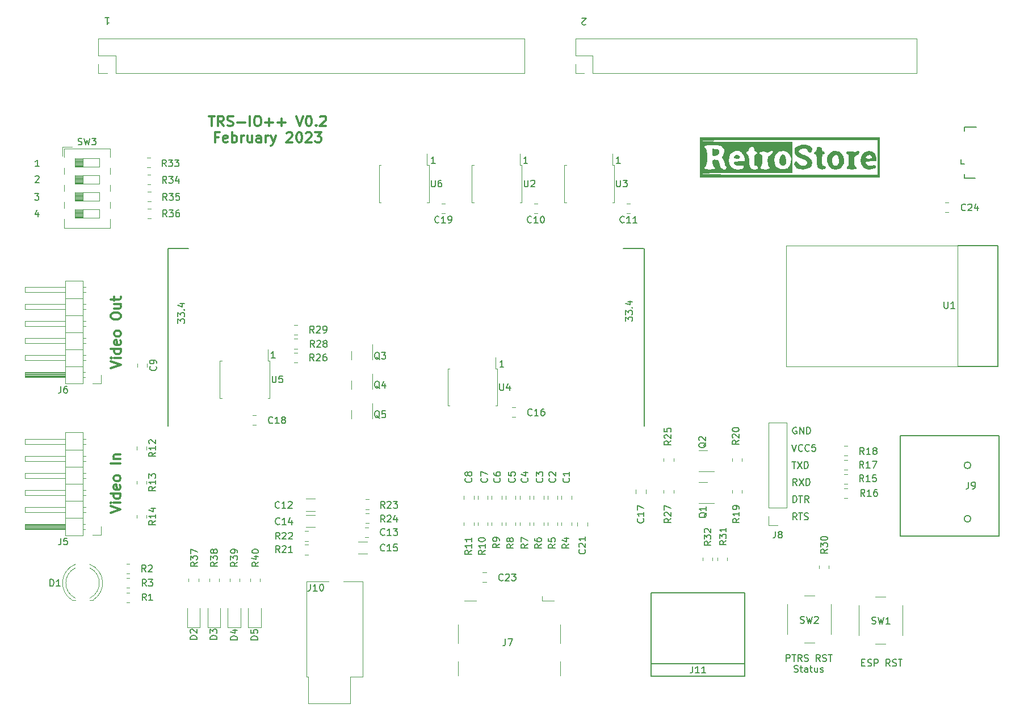
<source format=gbr>
%TF.GenerationSoftware,KiCad,Pcbnew,(6.0.11)*%
%TF.CreationDate,2023-02-05T15:12:43-08:00*%
%TF.ProjectId,TRS-IO++,5452532d-494f-42b2-9b2e-6b696361645f,rev?*%
%TF.SameCoordinates,Original*%
%TF.FileFunction,Legend,Top*%
%TF.FilePolarity,Positive*%
%FSLAX46Y46*%
G04 Gerber Fmt 4.6, Leading zero omitted, Abs format (unit mm)*
G04 Created by KiCad (PCBNEW (6.0.11)) date 2023-02-05 15:12:43*
%MOMM*%
%LPD*%
G01*
G04 APERTURE LIST*
%ADD10C,0.150000*%
%ADD11C,0.300000*%
%ADD12C,0.120000*%
%ADD13C,0.050000*%
G04 APERTURE END LIST*
D10*
X110420114Y-76347580D02*
X109848685Y-76347580D01*
X110134400Y-76347580D02*
X110134400Y-75347580D01*
X110039161Y-75490438D01*
X109943923Y-75585676D01*
X109848685Y-75633295D01*
X23183885Y-78287619D02*
X23231504Y-78240000D01*
X23326742Y-78192380D01*
X23564838Y-78192380D01*
X23660076Y-78240000D01*
X23707695Y-78287619D01*
X23755314Y-78382857D01*
X23755314Y-78478095D01*
X23707695Y-78620952D01*
X23136266Y-79192380D01*
X23755314Y-79192380D01*
X146474228Y-150855371D02*
X146807561Y-150855371D01*
X146950419Y-151379180D02*
X146474228Y-151379180D01*
X146474228Y-150379180D01*
X146950419Y-150379180D01*
X147331371Y-151331561D02*
X147474228Y-151379180D01*
X147712323Y-151379180D01*
X147807561Y-151331561D01*
X147855180Y-151283942D01*
X147902800Y-151188704D01*
X147902800Y-151093466D01*
X147855180Y-150998228D01*
X147807561Y-150950609D01*
X147712323Y-150902990D01*
X147521847Y-150855371D01*
X147426609Y-150807752D01*
X147378990Y-150760133D01*
X147331371Y-150664895D01*
X147331371Y-150569657D01*
X147378990Y-150474419D01*
X147426609Y-150426800D01*
X147521847Y-150379180D01*
X147759942Y-150379180D01*
X147902800Y-150426800D01*
X148331371Y-151379180D02*
X148331371Y-150379180D01*
X148712323Y-150379180D01*
X148807561Y-150426800D01*
X148855180Y-150474419D01*
X148902800Y-150569657D01*
X148902800Y-150712514D01*
X148855180Y-150807752D01*
X148807561Y-150855371D01*
X148712323Y-150902990D01*
X148331371Y-150902990D01*
X150664704Y-151379180D02*
X150331371Y-150902990D01*
X150093276Y-151379180D02*
X150093276Y-150379180D01*
X150474228Y-150379180D01*
X150569466Y-150426800D01*
X150617085Y-150474419D01*
X150664704Y-150569657D01*
X150664704Y-150712514D01*
X150617085Y-150807752D01*
X150569466Y-150855371D01*
X150474228Y-150902990D01*
X150093276Y-150902990D01*
X151045657Y-151331561D02*
X151188514Y-151379180D01*
X151426609Y-151379180D01*
X151521847Y-151331561D01*
X151569466Y-151283942D01*
X151617085Y-151188704D01*
X151617085Y-151093466D01*
X151569466Y-150998228D01*
X151521847Y-150950609D01*
X151426609Y-150902990D01*
X151236133Y-150855371D01*
X151140895Y-150807752D01*
X151093276Y-150760133D01*
X151045657Y-150664895D01*
X151045657Y-150569657D01*
X151093276Y-150474419D01*
X151140895Y-150426800D01*
X151236133Y-150379180D01*
X151474228Y-150379180D01*
X151617085Y-150426800D01*
X151902800Y-150379180D02*
X152474228Y-150379180D01*
X152188514Y-151379180D02*
X152188514Y-150379180D01*
X136183471Y-126944380D02*
X136183471Y-125944380D01*
X136421566Y-125944380D01*
X136564423Y-125992000D01*
X136659661Y-126087238D01*
X136707281Y-126182476D01*
X136754900Y-126372952D01*
X136754900Y-126515809D01*
X136707281Y-126706285D01*
X136659661Y-126801523D01*
X136564423Y-126896761D01*
X136421566Y-126944380D01*
X136183471Y-126944380D01*
X137040614Y-125944380D02*
X137612042Y-125944380D01*
X137326328Y-126944380D02*
X137326328Y-125944380D01*
X138516804Y-126944380D02*
X138183471Y-126468190D01*
X137945376Y-126944380D02*
X137945376Y-125944380D01*
X138326328Y-125944380D01*
X138421566Y-125992000D01*
X138469185Y-126039619D01*
X138516804Y-126134857D01*
X138516804Y-126277714D01*
X138469185Y-126372952D01*
X138421566Y-126420571D01*
X138326328Y-126468190D01*
X137945376Y-126468190D01*
X23609276Y-83656514D02*
X23609276Y-84323180D01*
X23371180Y-83275561D02*
X23133085Y-83989847D01*
X23752133Y-83989847D01*
D11*
X34382971Y-128517885D02*
X35882971Y-128017885D01*
X34382971Y-127517885D01*
X35882971Y-127017885D02*
X34882971Y-127017885D01*
X34382971Y-127017885D02*
X34454400Y-127089314D01*
X34525828Y-127017885D01*
X34454400Y-126946457D01*
X34382971Y-127017885D01*
X34525828Y-127017885D01*
X35882971Y-125660742D02*
X34382971Y-125660742D01*
X35811542Y-125660742D02*
X35882971Y-125803600D01*
X35882971Y-126089314D01*
X35811542Y-126232171D01*
X35740114Y-126303600D01*
X35597257Y-126375028D01*
X35168685Y-126375028D01*
X35025828Y-126303600D01*
X34954400Y-126232171D01*
X34882971Y-126089314D01*
X34882971Y-125803600D01*
X34954400Y-125660742D01*
X35811542Y-124375028D02*
X35882971Y-124517885D01*
X35882971Y-124803600D01*
X35811542Y-124946457D01*
X35668685Y-125017885D01*
X35097257Y-125017885D01*
X34954400Y-124946457D01*
X34882971Y-124803600D01*
X34882971Y-124517885D01*
X34954400Y-124375028D01*
X35097257Y-124303600D01*
X35240114Y-124303600D01*
X35382971Y-125017885D01*
X35882971Y-123446457D02*
X35811542Y-123589314D01*
X35740114Y-123660742D01*
X35597257Y-123732171D01*
X35168685Y-123732171D01*
X35025828Y-123660742D01*
X34954400Y-123589314D01*
X34882971Y-123446457D01*
X34882971Y-123232171D01*
X34954400Y-123089314D01*
X35025828Y-123017885D01*
X35168685Y-122946457D01*
X35597257Y-122946457D01*
X35740114Y-123017885D01*
X35811542Y-123089314D01*
X35882971Y-123232171D01*
X35882971Y-123446457D01*
X35882971Y-121160742D02*
X34382971Y-121160742D01*
X34882971Y-120446457D02*
X35882971Y-120446457D01*
X35025828Y-120446457D02*
X34954400Y-120375028D01*
X34882971Y-120232171D01*
X34882971Y-120017885D01*
X34954400Y-119875028D01*
X35097257Y-119803600D01*
X35882971Y-119803600D01*
X49039771Y-69294271D02*
X49896914Y-69294271D01*
X49468342Y-70794271D02*
X49468342Y-69294271D01*
X51254057Y-70794271D02*
X50754057Y-70079985D01*
X50396914Y-70794271D02*
X50396914Y-69294271D01*
X50968342Y-69294271D01*
X51111200Y-69365700D01*
X51182628Y-69437128D01*
X51254057Y-69579985D01*
X51254057Y-69794271D01*
X51182628Y-69937128D01*
X51111200Y-70008557D01*
X50968342Y-70079985D01*
X50396914Y-70079985D01*
X51825485Y-70722842D02*
X52039771Y-70794271D01*
X52396914Y-70794271D01*
X52539771Y-70722842D01*
X52611200Y-70651414D01*
X52682628Y-70508557D01*
X52682628Y-70365700D01*
X52611200Y-70222842D01*
X52539771Y-70151414D01*
X52396914Y-70079985D01*
X52111200Y-70008557D01*
X51968342Y-69937128D01*
X51896914Y-69865700D01*
X51825485Y-69722842D01*
X51825485Y-69579985D01*
X51896914Y-69437128D01*
X51968342Y-69365700D01*
X52111200Y-69294271D01*
X52468342Y-69294271D01*
X52682628Y-69365700D01*
X53325485Y-70222842D02*
X54468342Y-70222842D01*
X55182628Y-70794271D02*
X55182628Y-69294271D01*
X56182628Y-69294271D02*
X56468342Y-69294271D01*
X56611200Y-69365700D01*
X56754057Y-69508557D01*
X56825485Y-69794271D01*
X56825485Y-70294271D01*
X56754057Y-70579985D01*
X56611200Y-70722842D01*
X56468342Y-70794271D01*
X56182628Y-70794271D01*
X56039771Y-70722842D01*
X55896914Y-70579985D01*
X55825485Y-70294271D01*
X55825485Y-69794271D01*
X55896914Y-69508557D01*
X56039771Y-69365700D01*
X56182628Y-69294271D01*
X57468342Y-70222842D02*
X58611200Y-70222842D01*
X58039771Y-70794271D02*
X58039771Y-69651414D01*
X59325485Y-70222842D02*
X60468342Y-70222842D01*
X59896914Y-70794271D02*
X59896914Y-69651414D01*
X62111200Y-69294271D02*
X62611200Y-70794271D01*
X63111200Y-69294271D01*
X63896914Y-69294271D02*
X64039771Y-69294271D01*
X64182628Y-69365700D01*
X64254057Y-69437128D01*
X64325485Y-69579985D01*
X64396914Y-69865700D01*
X64396914Y-70222842D01*
X64325485Y-70508557D01*
X64254057Y-70651414D01*
X64182628Y-70722842D01*
X64039771Y-70794271D01*
X63896914Y-70794271D01*
X63754057Y-70722842D01*
X63682628Y-70651414D01*
X63611200Y-70508557D01*
X63539771Y-70222842D01*
X63539771Y-69865700D01*
X63611200Y-69579985D01*
X63682628Y-69437128D01*
X63754057Y-69365700D01*
X63896914Y-69294271D01*
X65039771Y-70651414D02*
X65111200Y-70722842D01*
X65039771Y-70794271D01*
X64968342Y-70722842D01*
X65039771Y-70651414D01*
X65039771Y-70794271D01*
X65682628Y-69437128D02*
X65754057Y-69365700D01*
X65896914Y-69294271D01*
X66254057Y-69294271D01*
X66396914Y-69365700D01*
X66468342Y-69437128D01*
X66539771Y-69579985D01*
X66539771Y-69722842D01*
X66468342Y-69937128D01*
X65611200Y-70794271D01*
X66539771Y-70794271D01*
X50468342Y-72423557D02*
X49968342Y-72423557D01*
X49968342Y-73209271D02*
X49968342Y-71709271D01*
X50682628Y-71709271D01*
X51825485Y-73137842D02*
X51682628Y-73209271D01*
X51396914Y-73209271D01*
X51254057Y-73137842D01*
X51182628Y-72994985D01*
X51182628Y-72423557D01*
X51254057Y-72280700D01*
X51396914Y-72209271D01*
X51682628Y-72209271D01*
X51825485Y-72280700D01*
X51896914Y-72423557D01*
X51896914Y-72566414D01*
X51182628Y-72709271D01*
X52539771Y-73209271D02*
X52539771Y-71709271D01*
X52539771Y-72280700D02*
X52682628Y-72209271D01*
X52968342Y-72209271D01*
X53111200Y-72280700D01*
X53182628Y-72352128D01*
X53254057Y-72494985D01*
X53254057Y-72923557D01*
X53182628Y-73066414D01*
X53111200Y-73137842D01*
X52968342Y-73209271D01*
X52682628Y-73209271D01*
X52539771Y-73137842D01*
X53896914Y-73209271D02*
X53896914Y-72209271D01*
X53896914Y-72494985D02*
X53968342Y-72352128D01*
X54039771Y-72280700D01*
X54182628Y-72209271D01*
X54325485Y-72209271D01*
X55468342Y-72209271D02*
X55468342Y-73209271D01*
X54825485Y-72209271D02*
X54825485Y-72994985D01*
X54896914Y-73137842D01*
X55039771Y-73209271D01*
X55254057Y-73209271D01*
X55396914Y-73137842D01*
X55468342Y-73066414D01*
X56825485Y-73209271D02*
X56825485Y-72423557D01*
X56754057Y-72280700D01*
X56611200Y-72209271D01*
X56325485Y-72209271D01*
X56182628Y-72280700D01*
X56825485Y-73137842D02*
X56682628Y-73209271D01*
X56325485Y-73209271D01*
X56182628Y-73137842D01*
X56111200Y-72994985D01*
X56111200Y-72852128D01*
X56182628Y-72709271D01*
X56325485Y-72637842D01*
X56682628Y-72637842D01*
X56825485Y-72566414D01*
X57539771Y-73209271D02*
X57539771Y-72209271D01*
X57539771Y-72494985D02*
X57611200Y-72352128D01*
X57682628Y-72280700D01*
X57825485Y-72209271D01*
X57968342Y-72209271D01*
X58325485Y-72209271D02*
X58682628Y-73209271D01*
X59039771Y-72209271D02*
X58682628Y-73209271D01*
X58539771Y-73566414D01*
X58468342Y-73637842D01*
X58325485Y-73709271D01*
X60682628Y-71852128D02*
X60754057Y-71780700D01*
X60896914Y-71709271D01*
X61254057Y-71709271D01*
X61396914Y-71780700D01*
X61468342Y-71852128D01*
X61539771Y-71994985D01*
X61539771Y-72137842D01*
X61468342Y-72352128D01*
X60611200Y-73209271D01*
X61539771Y-73209271D01*
X62468342Y-71709271D02*
X62611200Y-71709271D01*
X62754057Y-71780700D01*
X62825485Y-71852128D01*
X62896914Y-71994985D01*
X62968342Y-72280700D01*
X62968342Y-72637842D01*
X62896914Y-72923557D01*
X62825485Y-73066414D01*
X62754057Y-73137842D01*
X62611200Y-73209271D01*
X62468342Y-73209271D01*
X62325485Y-73137842D01*
X62254057Y-73066414D01*
X62182628Y-72923557D01*
X62111200Y-72637842D01*
X62111200Y-72280700D01*
X62182628Y-71994985D01*
X62254057Y-71852128D01*
X62325485Y-71780700D01*
X62468342Y-71709271D01*
X63539771Y-71852128D02*
X63611200Y-71780700D01*
X63754057Y-71709271D01*
X64111200Y-71709271D01*
X64254057Y-71780700D01*
X64325485Y-71852128D01*
X64396914Y-71994985D01*
X64396914Y-72137842D01*
X64325485Y-72352128D01*
X63468342Y-73209271D01*
X64396914Y-73209271D01*
X64896914Y-71709271D02*
X65825485Y-71709271D01*
X65325485Y-72280700D01*
X65539771Y-72280700D01*
X65682628Y-72352128D01*
X65754057Y-72423557D01*
X65825485Y-72566414D01*
X65825485Y-72923557D01*
X65754057Y-73066414D01*
X65682628Y-73137842D01*
X65539771Y-73209271D01*
X65111200Y-73209271D01*
X64968342Y-73137842D01*
X64896914Y-73066414D01*
D10*
X136754900Y-129535180D02*
X136421566Y-129058990D01*
X136183471Y-129535180D02*
X136183471Y-128535180D01*
X136564423Y-128535180D01*
X136659662Y-128582800D01*
X136707281Y-128630419D01*
X136754900Y-128725657D01*
X136754900Y-128868514D01*
X136707281Y-128963752D01*
X136659662Y-129011371D01*
X136564423Y-129058990D01*
X136183471Y-129058990D01*
X137040614Y-128535180D02*
X137612042Y-128535180D01*
X137326328Y-129535180D02*
X137326328Y-128535180D01*
X137897757Y-129487561D02*
X138040614Y-129535180D01*
X138278709Y-129535180D01*
X138373947Y-129487561D01*
X138421566Y-129439942D01*
X138469185Y-129344704D01*
X138469185Y-129249466D01*
X138421566Y-129154228D01*
X138373947Y-129106609D01*
X138278709Y-129058990D01*
X138088233Y-129011371D01*
X137992995Y-128963752D01*
X137945376Y-128916133D01*
X137897757Y-128820895D01*
X137897757Y-128725657D01*
X137945376Y-128630419D01*
X137992995Y-128582800D01*
X138088233Y-128535180D01*
X138326328Y-128535180D01*
X138469185Y-128582800D01*
X23085466Y-80833980D02*
X23704514Y-80833980D01*
X23371180Y-81214933D01*
X23514038Y-81214933D01*
X23609276Y-81262552D01*
X23656895Y-81310171D01*
X23704514Y-81405409D01*
X23704514Y-81643504D01*
X23656895Y-81738742D01*
X23609276Y-81786361D01*
X23514038Y-81833980D01*
X23228323Y-81833980D01*
X23133085Y-81786361D01*
X23085466Y-81738742D01*
X136707280Y-115781200D02*
X136612042Y-115733580D01*
X136469185Y-115733580D01*
X136326328Y-115781200D01*
X136231090Y-115876438D01*
X136183471Y-115971676D01*
X136135852Y-116162152D01*
X136135852Y-116305009D01*
X136183471Y-116495485D01*
X136231090Y-116590723D01*
X136326328Y-116685961D01*
X136469185Y-116733580D01*
X136564423Y-116733580D01*
X136707280Y-116685961D01*
X136754899Y-116638342D01*
X136754899Y-116305009D01*
X136564423Y-116305009D01*
X137183471Y-116733580D02*
X137183471Y-115733580D01*
X137754899Y-116733580D01*
X137754899Y-115733580D01*
X138231090Y-116733580D02*
X138231090Y-115733580D01*
X138469185Y-115733580D01*
X138612042Y-115781200D01*
X138707280Y-115876438D01*
X138754899Y-115971676D01*
X138802518Y-116162152D01*
X138802518Y-116305009D01*
X138754899Y-116495485D01*
X138707280Y-116590723D01*
X138612042Y-116685961D01*
X138469185Y-116733580D01*
X138231090Y-116733580D01*
X105289314Y-55570379D02*
X105241695Y-55617999D01*
X105146457Y-55665618D01*
X104908361Y-55665618D01*
X104813123Y-55617999D01*
X104765504Y-55570379D01*
X104717885Y-55475141D01*
X104717885Y-55379903D01*
X104765504Y-55237046D01*
X105336933Y-54665618D01*
X104717885Y-54665618D01*
X82835714Y-76347580D02*
X82264285Y-76347580D01*
X82550000Y-76347580D02*
X82550000Y-75347580D01*
X82454761Y-75490438D01*
X82359523Y-75585676D01*
X82264285Y-75633295D01*
X136040614Y-118324380D02*
X136373947Y-119324380D01*
X136707280Y-118324380D01*
X137612042Y-119229142D02*
X137564423Y-119276761D01*
X137421566Y-119324380D01*
X137326328Y-119324380D01*
X137183471Y-119276761D01*
X137088233Y-119181523D01*
X137040614Y-119086285D01*
X136992995Y-118895809D01*
X136992995Y-118752952D01*
X137040614Y-118562476D01*
X137088233Y-118467238D01*
X137183471Y-118372000D01*
X137326328Y-118324380D01*
X137421566Y-118324380D01*
X137564423Y-118372000D01*
X137612042Y-118419619D01*
X138612042Y-119229142D02*
X138564423Y-119276761D01*
X138421566Y-119324380D01*
X138326328Y-119324380D01*
X138183471Y-119276761D01*
X138088233Y-119181523D01*
X138040614Y-119086285D01*
X137992995Y-118895809D01*
X137992995Y-118752952D01*
X138040614Y-118562476D01*
X138088233Y-118467238D01*
X138183471Y-118372000D01*
X138326328Y-118324380D01*
X138421566Y-118324380D01*
X138564423Y-118372000D01*
X138612042Y-118419619D01*
X139516804Y-118324380D02*
X139040614Y-118324380D01*
X138992995Y-118800571D01*
X139040614Y-118752952D01*
X139135852Y-118705333D01*
X139373947Y-118705333D01*
X139469185Y-118752952D01*
X139516804Y-118800571D01*
X139564423Y-118895809D01*
X139564423Y-119133904D01*
X139516804Y-119229142D01*
X139469185Y-119276761D01*
X139373947Y-119324380D01*
X139135852Y-119324380D01*
X139040614Y-119276761D01*
X138992995Y-119229142D01*
X136754899Y-124404380D02*
X136421566Y-123928190D01*
X136183471Y-124404380D02*
X136183471Y-123404380D01*
X136564423Y-123404380D01*
X136659661Y-123452000D01*
X136707280Y-123499619D01*
X136754899Y-123594857D01*
X136754899Y-123737714D01*
X136707280Y-123832952D01*
X136659661Y-123880571D01*
X136564423Y-123928190D01*
X136183471Y-123928190D01*
X137088233Y-123404380D02*
X137754899Y-124404380D01*
X137754899Y-123404380D02*
X137088233Y-124404380D01*
X138135852Y-124404380D02*
X138135852Y-123404380D01*
X138373947Y-123404380D01*
X138516804Y-123452000D01*
X138612042Y-123547238D01*
X138659661Y-123642476D01*
X138707280Y-123832952D01*
X138707280Y-123975809D01*
X138659661Y-124166285D01*
X138612042Y-124261523D01*
X138516804Y-124356761D01*
X138373947Y-124404380D01*
X138135852Y-124404380D01*
X96602514Y-76347580D02*
X96031085Y-76347580D01*
X96316800Y-76347580D02*
X96316800Y-75347580D01*
X96221561Y-75490438D01*
X96126323Y-75585676D01*
X96031085Y-75633295D01*
D11*
X34433771Y-106921428D02*
X35933771Y-106421428D01*
X34433771Y-105921428D01*
X35933771Y-105421428D02*
X34933771Y-105421428D01*
X34433771Y-105421428D02*
X34505200Y-105492857D01*
X34576628Y-105421428D01*
X34505200Y-105350000D01*
X34433771Y-105421428D01*
X34576628Y-105421428D01*
X35933771Y-104064285D02*
X34433771Y-104064285D01*
X35862342Y-104064285D02*
X35933771Y-104207142D01*
X35933771Y-104492857D01*
X35862342Y-104635714D01*
X35790914Y-104707142D01*
X35648057Y-104778571D01*
X35219485Y-104778571D01*
X35076628Y-104707142D01*
X35005200Y-104635714D01*
X34933771Y-104492857D01*
X34933771Y-104207142D01*
X35005200Y-104064285D01*
X35862342Y-102778571D02*
X35933771Y-102921428D01*
X35933771Y-103207142D01*
X35862342Y-103350000D01*
X35719485Y-103421428D01*
X35148057Y-103421428D01*
X35005200Y-103350000D01*
X34933771Y-103207142D01*
X34933771Y-102921428D01*
X35005200Y-102778571D01*
X35148057Y-102707142D01*
X35290914Y-102707142D01*
X35433771Y-103421428D01*
X35933771Y-101850000D02*
X35862342Y-101992857D01*
X35790914Y-102064285D01*
X35648057Y-102135714D01*
X35219485Y-102135714D01*
X35076628Y-102064285D01*
X35005200Y-101992857D01*
X34933771Y-101850000D01*
X34933771Y-101635714D01*
X35005200Y-101492857D01*
X35076628Y-101421428D01*
X35219485Y-101350000D01*
X35648057Y-101350000D01*
X35790914Y-101421428D01*
X35862342Y-101492857D01*
X35933771Y-101635714D01*
X35933771Y-101850000D01*
X34433771Y-99278571D02*
X34433771Y-98992857D01*
X34505200Y-98850000D01*
X34648057Y-98707142D01*
X34933771Y-98635714D01*
X35433771Y-98635714D01*
X35719485Y-98707142D01*
X35862342Y-98850000D01*
X35933771Y-98992857D01*
X35933771Y-99278571D01*
X35862342Y-99421428D01*
X35719485Y-99564285D01*
X35433771Y-99635714D01*
X34933771Y-99635714D01*
X34648057Y-99564285D01*
X34505200Y-99421428D01*
X34433771Y-99278571D01*
X34933771Y-97350000D02*
X35933771Y-97350000D01*
X34933771Y-97992857D02*
X35719485Y-97992857D01*
X35862342Y-97921428D01*
X35933771Y-97778571D01*
X35933771Y-97564285D01*
X35862342Y-97421428D01*
X35790914Y-97350000D01*
X34933771Y-96850000D02*
X34933771Y-96278571D01*
X34433771Y-96635714D02*
X35719485Y-96635714D01*
X35862342Y-96564285D01*
X35933771Y-96421428D01*
X35933771Y-96278571D01*
D10*
X93035764Y-106725980D02*
X92464335Y-106725980D01*
X92750050Y-106725980D02*
X92750050Y-105725980D01*
X92654811Y-105868838D01*
X92559573Y-105964076D01*
X92464335Y-106011695D01*
X135174457Y-150675780D02*
X135174457Y-149675780D01*
X135555409Y-149675780D01*
X135650647Y-149723400D01*
X135698266Y-149771019D01*
X135745885Y-149866257D01*
X135745885Y-150009114D01*
X135698266Y-150104352D01*
X135650647Y-150151971D01*
X135555409Y-150199590D01*
X135174457Y-150199590D01*
X136031600Y-149675780D02*
X136603028Y-149675780D01*
X136317314Y-150675780D02*
X136317314Y-149675780D01*
X137507790Y-150675780D02*
X137174457Y-150199590D01*
X136936361Y-150675780D02*
X136936361Y-149675780D01*
X137317314Y-149675780D01*
X137412552Y-149723400D01*
X137460171Y-149771019D01*
X137507790Y-149866257D01*
X137507790Y-150009114D01*
X137460171Y-150104352D01*
X137412552Y-150151971D01*
X137317314Y-150199590D01*
X136936361Y-150199590D01*
X137888742Y-150628161D02*
X138031600Y-150675780D01*
X138269695Y-150675780D01*
X138364933Y-150628161D01*
X138412552Y-150580542D01*
X138460171Y-150485304D01*
X138460171Y-150390066D01*
X138412552Y-150294828D01*
X138364933Y-150247209D01*
X138269695Y-150199590D01*
X138079219Y-150151971D01*
X137983980Y-150104352D01*
X137936361Y-150056733D01*
X137888742Y-149961495D01*
X137888742Y-149866257D01*
X137936361Y-149771019D01*
X137983980Y-149723400D01*
X138079219Y-149675780D01*
X138317314Y-149675780D01*
X138460171Y-149723400D01*
X140222076Y-150675780D02*
X139888742Y-150199590D01*
X139650647Y-150675780D02*
X139650647Y-149675780D01*
X140031600Y-149675780D01*
X140126838Y-149723400D01*
X140174457Y-149771019D01*
X140222076Y-149866257D01*
X140222076Y-150009114D01*
X140174457Y-150104352D01*
X140126838Y-150151971D01*
X140031600Y-150199590D01*
X139650647Y-150199590D01*
X140603028Y-150628161D02*
X140745885Y-150675780D01*
X140983980Y-150675780D01*
X141079219Y-150628161D01*
X141126838Y-150580542D01*
X141174457Y-150485304D01*
X141174457Y-150390066D01*
X141126838Y-150294828D01*
X141079219Y-150247209D01*
X140983980Y-150199590D01*
X140793504Y-150151971D01*
X140698266Y-150104352D01*
X140650647Y-150056733D01*
X140603028Y-149961495D01*
X140603028Y-149866257D01*
X140650647Y-149771019D01*
X140698266Y-149723400D01*
X140793504Y-149675780D01*
X141031600Y-149675780D01*
X141174457Y-149723400D01*
X141460171Y-149675780D02*
X142031600Y-149675780D01*
X141745885Y-150675780D02*
X141745885Y-149675780D01*
X136364933Y-152238161D02*
X136507790Y-152285780D01*
X136745885Y-152285780D01*
X136841123Y-152238161D01*
X136888742Y-152190542D01*
X136936361Y-152095304D01*
X136936361Y-152000066D01*
X136888742Y-151904828D01*
X136841123Y-151857209D01*
X136745885Y-151809590D01*
X136555409Y-151761971D01*
X136460171Y-151714352D01*
X136412552Y-151666733D01*
X136364933Y-151571495D01*
X136364933Y-151476257D01*
X136412552Y-151381019D01*
X136460171Y-151333400D01*
X136555409Y-151285780D01*
X136793504Y-151285780D01*
X136936361Y-151333400D01*
X137222076Y-151619114D02*
X137603028Y-151619114D01*
X137364933Y-151285780D02*
X137364933Y-152142923D01*
X137412552Y-152238161D01*
X137507790Y-152285780D01*
X137603028Y-152285780D01*
X138364933Y-152285780D02*
X138364933Y-151761971D01*
X138317314Y-151666733D01*
X138222076Y-151619114D01*
X138031600Y-151619114D01*
X137936361Y-151666733D01*
X138364933Y-152238161D02*
X138269695Y-152285780D01*
X138031600Y-152285780D01*
X137936361Y-152238161D01*
X137888742Y-152142923D01*
X137888742Y-152047685D01*
X137936361Y-151952447D01*
X138031600Y-151904828D01*
X138269695Y-151904828D01*
X138364933Y-151857209D01*
X138698266Y-151619114D02*
X139079219Y-151619114D01*
X138841123Y-151285780D02*
X138841123Y-152142923D01*
X138888742Y-152238161D01*
X138983980Y-152285780D01*
X139079219Y-152285780D01*
X139841123Y-151619114D02*
X139841123Y-152285780D01*
X139412552Y-151619114D02*
X139412552Y-152142923D01*
X139460171Y-152238161D01*
X139555409Y-152285780D01*
X139698266Y-152285780D01*
X139793504Y-152238161D01*
X139841123Y-152190542D01*
X140269695Y-152238161D02*
X140364933Y-152285780D01*
X140555409Y-152285780D01*
X140650647Y-152238161D01*
X140698266Y-152142923D01*
X140698266Y-152095304D01*
X140650647Y-152000066D01*
X140555409Y-151952447D01*
X140412552Y-151952447D01*
X140317314Y-151904828D01*
X140269695Y-151809590D01*
X140269695Y-151761971D01*
X140317314Y-151666733D01*
X140412552Y-151619114D01*
X140555409Y-151619114D01*
X140650647Y-151666733D01*
X136040614Y-120864380D02*
X136612042Y-120864380D01*
X136326328Y-121864380D02*
X136326328Y-120864380D01*
X136850138Y-120864380D02*
X137516804Y-121864380D01*
X137516804Y-120864380D02*
X136850138Y-121864380D01*
X137897757Y-121864380D02*
X137897757Y-120864380D01*
X138135852Y-120864380D01*
X138278709Y-120912000D01*
X138373947Y-121007238D01*
X138421566Y-121102476D01*
X138469185Y-121292952D01*
X138469185Y-121435809D01*
X138421566Y-121626285D01*
X138373947Y-121721523D01*
X138278709Y-121816761D01*
X138135852Y-121864380D01*
X137897757Y-121864380D01*
X23755314Y-76804780D02*
X23183885Y-76804780D01*
X23469600Y-76804780D02*
X23469600Y-75804780D01*
X23374361Y-75947638D01*
X23279123Y-76042876D01*
X23183885Y-76090495D01*
X33597885Y-54614819D02*
X34169314Y-54614819D01*
X33883600Y-54614819D02*
X33883600Y-55614819D01*
X33978838Y-55471961D01*
X34074076Y-55376723D01*
X34169314Y-55329104D01*
X58959714Y-105405180D02*
X58388285Y-105405180D01*
X58674000Y-105405180D02*
X58674000Y-104405180D01*
X58578761Y-104548038D01*
X58483523Y-104643276D01*
X58388285Y-104690895D01*
%TO.C,Q2*%
X123238152Y-118034438D02*
X123190533Y-118129676D01*
X123095294Y-118224914D01*
X122952437Y-118367771D01*
X122904818Y-118463009D01*
X122904818Y-118558247D01*
X123142913Y-118510628D02*
X123095294Y-118605866D01*
X123000056Y-118701104D01*
X122809580Y-118748723D01*
X122476247Y-118748723D01*
X122285771Y-118701104D01*
X122190533Y-118605866D01*
X122142913Y-118510628D01*
X122142913Y-118320152D01*
X122190533Y-118224914D01*
X122285771Y-118129676D01*
X122476247Y-118082057D01*
X122809580Y-118082057D01*
X123000056Y-118129676D01*
X123095294Y-118224914D01*
X123142913Y-118320152D01*
X123142913Y-118510628D01*
X122238152Y-117701104D02*
X122190533Y-117653485D01*
X122142913Y-117558247D01*
X122142913Y-117320152D01*
X122190533Y-117224914D01*
X122238152Y-117177295D01*
X122333390Y-117129676D01*
X122428628Y-117129676D01*
X122571485Y-117177295D01*
X123142913Y-117748723D01*
X123142913Y-117129676D01*
%TO.C,R33*%
X42689542Y-76804780D02*
X42356209Y-76328590D01*
X42118114Y-76804780D02*
X42118114Y-75804780D01*
X42499066Y-75804780D01*
X42594304Y-75852400D01*
X42641923Y-75900019D01*
X42689542Y-75995257D01*
X42689542Y-76138114D01*
X42641923Y-76233352D01*
X42594304Y-76280971D01*
X42499066Y-76328590D01*
X42118114Y-76328590D01*
X43022876Y-75804780D02*
X43641923Y-75804780D01*
X43308590Y-76185733D01*
X43451447Y-76185733D01*
X43546685Y-76233352D01*
X43594304Y-76280971D01*
X43641923Y-76376209D01*
X43641923Y-76614304D01*
X43594304Y-76709542D01*
X43546685Y-76757161D01*
X43451447Y-76804780D01*
X43165733Y-76804780D01*
X43070495Y-76757161D01*
X43022876Y-76709542D01*
X43975257Y-75804780D02*
X44594304Y-75804780D01*
X44260971Y-76185733D01*
X44403828Y-76185733D01*
X44499066Y-76233352D01*
X44546685Y-76280971D01*
X44594304Y-76376209D01*
X44594304Y-76614304D01*
X44546685Y-76709542D01*
X44499066Y-76757161D01*
X44403828Y-76804780D01*
X44118114Y-76804780D01*
X44022876Y-76757161D01*
X43975257Y-76709542D01*
%TO.C,C17*%
X113861408Y-129372457D02*
X113909027Y-129420076D01*
X113956646Y-129562933D01*
X113956646Y-129658171D01*
X113909027Y-129801028D01*
X113813789Y-129896266D01*
X113718551Y-129943885D01*
X113528075Y-129991504D01*
X113385218Y-129991504D01*
X113194742Y-129943885D01*
X113099504Y-129896266D01*
X113004266Y-129801028D01*
X112956646Y-129658171D01*
X112956646Y-129562933D01*
X113004266Y-129420076D01*
X113051885Y-129372457D01*
X113956646Y-128420076D02*
X113956646Y-128991504D01*
X113956646Y-128705790D02*
X112956646Y-128705790D01*
X113099504Y-128801028D01*
X113194742Y-128896266D01*
X113242361Y-128991504D01*
X112956646Y-128086742D02*
X112956646Y-127420076D01*
X113956646Y-127848647D01*
%TO.C,R39*%
X53316312Y-135872457D02*
X52840122Y-136205790D01*
X53316312Y-136443885D02*
X52316312Y-136443885D01*
X52316312Y-136062933D01*
X52363932Y-135967695D01*
X52411551Y-135920076D01*
X52506789Y-135872457D01*
X52649646Y-135872457D01*
X52744884Y-135920076D01*
X52792503Y-135967695D01*
X52840122Y-136062933D01*
X52840122Y-136443885D01*
X52316312Y-135539123D02*
X52316312Y-134920076D01*
X52697265Y-135253409D01*
X52697265Y-135110552D01*
X52744884Y-135015314D01*
X52792503Y-134967695D01*
X52887741Y-134920076D01*
X53125836Y-134920076D01*
X53221074Y-134967695D01*
X53268693Y-135015314D01*
X53316312Y-135110552D01*
X53316312Y-135396266D01*
X53268693Y-135491504D01*
X53221074Y-135539123D01*
X53316312Y-134443885D02*
X53316312Y-134253409D01*
X53268693Y-134158171D01*
X53221074Y-134110552D01*
X53078217Y-134015314D01*
X52887741Y-133967695D01*
X52506789Y-133967695D01*
X52411551Y-134015314D01*
X52363932Y-134062933D01*
X52316312Y-134158171D01*
X52316312Y-134348647D01*
X52363932Y-134443885D01*
X52411551Y-134491504D01*
X52506789Y-134539123D01*
X52744884Y-134539123D01*
X52840122Y-134491504D01*
X52887741Y-134443885D01*
X52935360Y-134348647D01*
X52935360Y-134158171D01*
X52887741Y-134062933D01*
X52840122Y-134015314D01*
X52744884Y-133967695D01*
%TO.C,C15*%
X75283241Y-134106541D02*
X75235622Y-134154160D01*
X75092765Y-134201779D01*
X74997527Y-134201779D01*
X74854670Y-134154160D01*
X74759432Y-134058922D01*
X74711813Y-133963684D01*
X74664194Y-133773208D01*
X74664194Y-133630351D01*
X74711813Y-133439875D01*
X74759432Y-133344637D01*
X74854670Y-133249399D01*
X74997527Y-133201779D01*
X75092765Y-133201779D01*
X75235622Y-133249399D01*
X75283241Y-133297018D01*
X76235622Y-134201779D02*
X75664194Y-134201779D01*
X75949908Y-134201779D02*
X75949908Y-133201779D01*
X75854670Y-133344637D01*
X75759432Y-133439875D01*
X75664194Y-133487494D01*
X77140384Y-133201779D02*
X76664194Y-133201779D01*
X76616575Y-133677970D01*
X76664194Y-133630351D01*
X76759432Y-133582732D01*
X76997527Y-133582732D01*
X77092765Y-133630351D01*
X77140384Y-133677970D01*
X77188003Y-133773208D01*
X77188003Y-134011303D01*
X77140384Y-134106541D01*
X77092765Y-134154160D01*
X76997527Y-134201779D01*
X76759432Y-134201779D01*
X76664194Y-134154160D01*
X76616575Y-134106541D01*
%TO.C,R8*%
X94483180Y-133186466D02*
X94006990Y-133519800D01*
X94483180Y-133757895D02*
X93483180Y-133757895D01*
X93483180Y-133376942D01*
X93530800Y-133281704D01*
X93578419Y-133234085D01*
X93673657Y-133186466D01*
X93816514Y-133186466D01*
X93911752Y-133234085D01*
X93959371Y-133281704D01*
X94006990Y-133376942D01*
X94006990Y-133757895D01*
X93911752Y-132615038D02*
X93864133Y-132710276D01*
X93816514Y-132757895D01*
X93721276Y-132805514D01*
X93673657Y-132805514D01*
X93578419Y-132757895D01*
X93530800Y-132710276D01*
X93483180Y-132615038D01*
X93483180Y-132424561D01*
X93530800Y-132329323D01*
X93578419Y-132281704D01*
X93673657Y-132234085D01*
X93721276Y-132234085D01*
X93816514Y-132281704D01*
X93864133Y-132329323D01*
X93911752Y-132424561D01*
X93911752Y-132615038D01*
X93959371Y-132710276D01*
X94006990Y-132757895D01*
X94102228Y-132805514D01*
X94292704Y-132805514D01*
X94387942Y-132757895D01*
X94435561Y-132710276D01*
X94483180Y-132615038D01*
X94483180Y-132424561D01*
X94435561Y-132329323D01*
X94387942Y-132281704D01*
X94292704Y-132234085D01*
X94102228Y-132234085D01*
X94006990Y-132281704D01*
X93959371Y-132329323D01*
X93911752Y-132424561D01*
%TO.C,R40*%
X56468180Y-135872457D02*
X55991990Y-136205790D01*
X56468180Y-136443885D02*
X55468180Y-136443885D01*
X55468180Y-136062933D01*
X55515800Y-135967695D01*
X55563419Y-135920076D01*
X55658657Y-135872457D01*
X55801514Y-135872457D01*
X55896752Y-135920076D01*
X55944371Y-135967695D01*
X55991990Y-136062933D01*
X55991990Y-136443885D01*
X55801514Y-135015314D02*
X56468180Y-135015314D01*
X55420561Y-135253409D02*
X56134847Y-135491504D01*
X56134847Y-134872457D01*
X55468180Y-134301028D02*
X55468180Y-134205790D01*
X55515800Y-134110552D01*
X55563419Y-134062933D01*
X55658657Y-134015314D01*
X55849133Y-133967695D01*
X56087228Y-133967695D01*
X56277704Y-134015314D01*
X56372942Y-134062933D01*
X56420561Y-134110552D01*
X56468180Y-134205790D01*
X56468180Y-134301028D01*
X56420561Y-134396266D01*
X56372942Y-134443885D01*
X56277704Y-134491504D01*
X56087228Y-134539123D01*
X55849133Y-134539123D01*
X55658657Y-134491504D01*
X55563419Y-134443885D01*
X55515800Y-134396266D01*
X55468180Y-134301028D01*
%TO.C,SW3*%
X29553066Y-73545561D02*
X29695923Y-73593180D01*
X29934019Y-73593180D01*
X30029257Y-73545561D01*
X30076876Y-73497942D01*
X30124495Y-73402704D01*
X30124495Y-73307466D01*
X30076876Y-73212228D01*
X30029257Y-73164609D01*
X29934019Y-73116990D01*
X29743542Y-73069371D01*
X29648304Y-73021752D01*
X29600685Y-72974133D01*
X29553066Y-72878895D01*
X29553066Y-72783657D01*
X29600685Y-72688419D01*
X29648304Y-72640800D01*
X29743542Y-72593180D01*
X29981638Y-72593180D01*
X30124495Y-72640800D01*
X30457828Y-72593180D02*
X30695923Y-73593180D01*
X30886400Y-72878895D01*
X31076876Y-73593180D01*
X31314971Y-72593180D01*
X31600685Y-72593180D02*
X32219733Y-72593180D01*
X31886400Y-72974133D01*
X32029257Y-72974133D01*
X32124495Y-73021752D01*
X32172114Y-73069371D01*
X32219733Y-73164609D01*
X32219733Y-73402704D01*
X32172114Y-73497942D01*
X32124495Y-73545561D01*
X32029257Y-73593180D01*
X31743542Y-73593180D01*
X31648304Y-73545561D01*
X31600685Y-73497942D01*
%TO.C,R29*%
X64736742Y-101645980D02*
X64403409Y-101169790D01*
X64165314Y-101645980D02*
X64165314Y-100645980D01*
X64546266Y-100645980D01*
X64641504Y-100693600D01*
X64689123Y-100741219D01*
X64736742Y-100836457D01*
X64736742Y-100979314D01*
X64689123Y-101074552D01*
X64641504Y-101122171D01*
X64546266Y-101169790D01*
X64165314Y-101169790D01*
X65117695Y-100741219D02*
X65165314Y-100693600D01*
X65260552Y-100645980D01*
X65498647Y-100645980D01*
X65593885Y-100693600D01*
X65641504Y-100741219D01*
X65689123Y-100836457D01*
X65689123Y-100931695D01*
X65641504Y-101074552D01*
X65070076Y-101645980D01*
X65689123Y-101645980D01*
X66165314Y-101645980D02*
X66355790Y-101645980D01*
X66451028Y-101598361D01*
X66498647Y-101550742D01*
X66593885Y-101407885D01*
X66641504Y-101217409D01*
X66641504Y-100836457D01*
X66593885Y-100741219D01*
X66546266Y-100693600D01*
X66451028Y-100645980D01*
X66260552Y-100645980D01*
X66165314Y-100693600D01*
X66117695Y-100741219D01*
X66070076Y-100836457D01*
X66070076Y-101074552D01*
X66117695Y-101169790D01*
X66165314Y-101217409D01*
X66260552Y-101265028D01*
X66451028Y-101265028D01*
X66546266Y-101217409D01*
X66593885Y-101169790D01*
X66641504Y-101074552D01*
%TO.C,D3*%
X50276046Y-147397695D02*
X49276046Y-147397695D01*
X49276046Y-147159600D01*
X49323666Y-147016742D01*
X49418904Y-146921504D01*
X49514142Y-146873885D01*
X49704618Y-146826266D01*
X49847475Y-146826266D01*
X50037951Y-146873885D01*
X50133189Y-146921504D01*
X50228427Y-147016742D01*
X50276046Y-147159600D01*
X50276046Y-147397695D01*
X49276046Y-146492933D02*
X49276046Y-145873885D01*
X49656999Y-146207219D01*
X49656999Y-146064361D01*
X49704618Y-145969123D01*
X49752237Y-145921504D01*
X49847475Y-145873885D01*
X50085570Y-145873885D01*
X50180808Y-145921504D01*
X50228427Y-145969123D01*
X50276046Y-146064361D01*
X50276046Y-146350076D01*
X50228427Y-146445314D01*
X50180808Y-146492933D01*
%TO.C,C16*%
X97248742Y-113895142D02*
X97201123Y-113942761D01*
X97058266Y-113990380D01*
X96963028Y-113990380D01*
X96820171Y-113942761D01*
X96724933Y-113847523D01*
X96677314Y-113752285D01*
X96629695Y-113561809D01*
X96629695Y-113418952D01*
X96677314Y-113228476D01*
X96724933Y-113133238D01*
X96820171Y-113038000D01*
X96963028Y-112990380D01*
X97058266Y-112990380D01*
X97201123Y-113038000D01*
X97248742Y-113085619D01*
X98201123Y-113990380D02*
X97629695Y-113990380D01*
X97915409Y-113990380D02*
X97915409Y-112990380D01*
X97820171Y-113133238D01*
X97724933Y-113228476D01*
X97629695Y-113276095D01*
X99058266Y-112990380D02*
X98867790Y-112990380D01*
X98772552Y-113038000D01*
X98724933Y-113085619D01*
X98629695Y-113228476D01*
X98582076Y-113418952D01*
X98582076Y-113799904D01*
X98629695Y-113895142D01*
X98677314Y-113942761D01*
X98772552Y-113990380D01*
X98963028Y-113990380D01*
X99058266Y-113942761D01*
X99105885Y-113895142D01*
X99153504Y-113799904D01*
X99153504Y-113561809D01*
X99105885Y-113466571D01*
X99058266Y-113418952D01*
X98963028Y-113371333D01*
X98772552Y-113371333D01*
X98677314Y-113418952D01*
X98629695Y-113466571D01*
X98582076Y-113561809D01*
%TO.C,R27*%
X118003580Y-129351657D02*
X117527390Y-129684990D01*
X118003580Y-129923085D02*
X117003580Y-129923085D01*
X117003580Y-129542133D01*
X117051200Y-129446895D01*
X117098819Y-129399276D01*
X117194057Y-129351657D01*
X117336914Y-129351657D01*
X117432152Y-129399276D01*
X117479771Y-129446895D01*
X117527390Y-129542133D01*
X117527390Y-129923085D01*
X117098819Y-128970704D02*
X117051200Y-128923085D01*
X117003580Y-128827847D01*
X117003580Y-128589752D01*
X117051200Y-128494514D01*
X117098819Y-128446895D01*
X117194057Y-128399276D01*
X117289295Y-128399276D01*
X117432152Y-128446895D01*
X118003580Y-129018323D01*
X118003580Y-128399276D01*
X117003580Y-128065942D02*
X117003580Y-127399276D01*
X118003580Y-127827847D01*
%TO.C,R10*%
X90266780Y-134119857D02*
X89790590Y-134453190D01*
X90266780Y-134691285D02*
X89266780Y-134691285D01*
X89266780Y-134310333D01*
X89314400Y-134215095D01*
X89362019Y-134167476D01*
X89457257Y-134119857D01*
X89600114Y-134119857D01*
X89695352Y-134167476D01*
X89742971Y-134215095D01*
X89790590Y-134310333D01*
X89790590Y-134691285D01*
X90266780Y-133167476D02*
X90266780Y-133738904D01*
X90266780Y-133453190D02*
X89266780Y-133453190D01*
X89409638Y-133548428D01*
X89504876Y-133643666D01*
X89552495Y-133738904D01*
X89266780Y-132548428D02*
X89266780Y-132453190D01*
X89314400Y-132357952D01*
X89362019Y-132310333D01*
X89457257Y-132262714D01*
X89647733Y-132215095D01*
X89885828Y-132215095D01*
X90076304Y-132262714D01*
X90171542Y-132310333D01*
X90219161Y-132357952D01*
X90266780Y-132453190D01*
X90266780Y-132548428D01*
X90219161Y-132643666D01*
X90171542Y-132691285D01*
X90076304Y-132738904D01*
X89885828Y-132786523D01*
X89647733Y-132786523D01*
X89457257Y-132738904D01*
X89362019Y-132691285D01*
X89314400Y-132643666D01*
X89266780Y-132548428D01*
%TO.C,R35*%
X42791142Y-81833980D02*
X42457809Y-81357790D01*
X42219714Y-81833980D02*
X42219714Y-80833980D01*
X42600666Y-80833980D01*
X42695904Y-80881600D01*
X42743523Y-80929219D01*
X42791142Y-81024457D01*
X42791142Y-81167314D01*
X42743523Y-81262552D01*
X42695904Y-81310171D01*
X42600666Y-81357790D01*
X42219714Y-81357790D01*
X43124476Y-80833980D02*
X43743523Y-80833980D01*
X43410190Y-81214933D01*
X43553047Y-81214933D01*
X43648285Y-81262552D01*
X43695904Y-81310171D01*
X43743523Y-81405409D01*
X43743523Y-81643504D01*
X43695904Y-81738742D01*
X43648285Y-81786361D01*
X43553047Y-81833980D01*
X43267333Y-81833980D01*
X43172095Y-81786361D01*
X43124476Y-81738742D01*
X44648285Y-80833980D02*
X44172095Y-80833980D01*
X44124476Y-81310171D01*
X44172095Y-81262552D01*
X44267333Y-81214933D01*
X44505428Y-81214933D01*
X44600666Y-81262552D01*
X44648285Y-81310171D01*
X44695904Y-81405409D01*
X44695904Y-81643504D01*
X44648285Y-81738742D01*
X44600666Y-81786361D01*
X44505428Y-81833980D01*
X44267333Y-81833980D01*
X44172095Y-81786361D01*
X44124476Y-81738742D01*
%TO.C,D2*%
X47289980Y-147397695D02*
X46289980Y-147397695D01*
X46289980Y-147159600D01*
X46337600Y-147016742D01*
X46432838Y-146921504D01*
X46528076Y-146873885D01*
X46718552Y-146826266D01*
X46861409Y-146826266D01*
X47051885Y-146873885D01*
X47147123Y-146921504D01*
X47242361Y-147016742D01*
X47289980Y-147159600D01*
X47289980Y-147397695D01*
X46385219Y-146445314D02*
X46337600Y-146397695D01*
X46289980Y-146302457D01*
X46289980Y-146064361D01*
X46337600Y-145969123D01*
X46385219Y-145921504D01*
X46480457Y-145873885D01*
X46575695Y-145873885D01*
X46718552Y-145921504D01*
X47289980Y-146492933D01*
X47289980Y-145873885D01*
%TO.C,R7*%
X96616780Y-133186466D02*
X96140590Y-133519800D01*
X96616780Y-133757895D02*
X95616780Y-133757895D01*
X95616780Y-133376942D01*
X95664400Y-133281704D01*
X95712019Y-133234085D01*
X95807257Y-133186466D01*
X95950114Y-133186466D01*
X96045352Y-133234085D01*
X96092971Y-133281704D01*
X96140590Y-133376942D01*
X96140590Y-133757895D01*
X95616780Y-132853133D02*
X95616780Y-132186466D01*
X96616780Y-132615038D01*
%TO.C,R16*%
X146880342Y-126029980D02*
X146547009Y-125553790D01*
X146308914Y-126029980D02*
X146308914Y-125029980D01*
X146689866Y-125029980D01*
X146785104Y-125077600D01*
X146832723Y-125125219D01*
X146880342Y-125220457D01*
X146880342Y-125363314D01*
X146832723Y-125458552D01*
X146785104Y-125506171D01*
X146689866Y-125553790D01*
X146308914Y-125553790D01*
X147832723Y-126029980D02*
X147261295Y-126029980D01*
X147547009Y-126029980D02*
X147547009Y-125029980D01*
X147451771Y-125172838D01*
X147356533Y-125268076D01*
X147261295Y-125315695D01*
X148689866Y-125029980D02*
X148499390Y-125029980D01*
X148404152Y-125077600D01*
X148356533Y-125125219D01*
X148261295Y-125268076D01*
X148213676Y-125458552D01*
X148213676Y-125839504D01*
X148261295Y-125934742D01*
X148308914Y-125982361D01*
X148404152Y-126029980D01*
X148594628Y-126029980D01*
X148689866Y-125982361D01*
X148737485Y-125934742D01*
X148785104Y-125839504D01*
X148785104Y-125601409D01*
X148737485Y-125506171D01*
X148689866Y-125458552D01*
X148594628Y-125410933D01*
X148404152Y-125410933D01*
X148308914Y-125458552D01*
X148261295Y-125506171D01*
X148213676Y-125601409D01*
%TO.C,C12*%
X59569041Y-127722741D02*
X59521422Y-127770360D01*
X59378565Y-127817979D01*
X59283327Y-127817979D01*
X59140470Y-127770360D01*
X59045232Y-127675122D01*
X58997613Y-127579884D01*
X58949994Y-127389408D01*
X58949994Y-127246551D01*
X58997613Y-127056075D01*
X59045232Y-126960837D01*
X59140470Y-126865599D01*
X59283327Y-126817979D01*
X59378565Y-126817979D01*
X59521422Y-126865599D01*
X59569041Y-126913218D01*
X60521422Y-127817979D02*
X59949994Y-127817979D01*
X60235708Y-127817979D02*
X60235708Y-126817979D01*
X60140470Y-126960837D01*
X60045232Y-127056075D01*
X59949994Y-127103694D01*
X60902375Y-126913218D02*
X60949994Y-126865599D01*
X61045232Y-126817979D01*
X61283327Y-126817979D01*
X61378565Y-126865599D01*
X61426184Y-126913218D01*
X61473803Y-127008456D01*
X61473803Y-127103694D01*
X61426184Y-127246551D01*
X60854756Y-127817979D01*
X61473803Y-127817979D01*
%TO.C,C6*%
X92432142Y-123356666D02*
X92479761Y-123404285D01*
X92527380Y-123547142D01*
X92527380Y-123642380D01*
X92479761Y-123785238D01*
X92384523Y-123880476D01*
X92289285Y-123928095D01*
X92098809Y-123975714D01*
X91955952Y-123975714D01*
X91765476Y-123928095D01*
X91670238Y-123880476D01*
X91575000Y-123785238D01*
X91527380Y-123642380D01*
X91527380Y-123547142D01*
X91575000Y-123404285D01*
X91622619Y-123356666D01*
X91527380Y-122499523D02*
X91527380Y-122690000D01*
X91575000Y-122785238D01*
X91622619Y-122832857D01*
X91765476Y-122928095D01*
X91955952Y-122975714D01*
X92336904Y-122975714D01*
X92432142Y-122928095D01*
X92479761Y-122880476D01*
X92527380Y-122785238D01*
X92527380Y-122594761D01*
X92479761Y-122499523D01*
X92432142Y-122451904D01*
X92336904Y-122404285D01*
X92098809Y-122404285D01*
X92003571Y-122451904D01*
X91955952Y-122499523D01*
X91908333Y-122594761D01*
X91908333Y-122785238D01*
X91955952Y-122880476D01*
X92003571Y-122928095D01*
X92098809Y-122975714D01*
%TO.C,R34*%
X42740342Y-79293980D02*
X42407009Y-78817790D01*
X42168914Y-79293980D02*
X42168914Y-78293980D01*
X42549866Y-78293980D01*
X42645104Y-78341600D01*
X42692723Y-78389219D01*
X42740342Y-78484457D01*
X42740342Y-78627314D01*
X42692723Y-78722552D01*
X42645104Y-78770171D01*
X42549866Y-78817790D01*
X42168914Y-78817790D01*
X43073676Y-78293980D02*
X43692723Y-78293980D01*
X43359390Y-78674933D01*
X43502247Y-78674933D01*
X43597485Y-78722552D01*
X43645104Y-78770171D01*
X43692723Y-78865409D01*
X43692723Y-79103504D01*
X43645104Y-79198742D01*
X43597485Y-79246361D01*
X43502247Y-79293980D01*
X43216533Y-79293980D01*
X43121295Y-79246361D01*
X43073676Y-79198742D01*
X44549866Y-78627314D02*
X44549866Y-79293980D01*
X44311771Y-78246361D02*
X44073676Y-78960647D01*
X44692723Y-78960647D01*
%TO.C,R2*%
X39660533Y-137307580D02*
X39327200Y-136831390D01*
X39089104Y-137307580D02*
X39089104Y-136307580D01*
X39470057Y-136307580D01*
X39565295Y-136355200D01*
X39612914Y-136402819D01*
X39660533Y-136498057D01*
X39660533Y-136640914D01*
X39612914Y-136736152D01*
X39565295Y-136783771D01*
X39470057Y-136831390D01*
X39089104Y-136831390D01*
X40041485Y-136402819D02*
X40089104Y-136355200D01*
X40184342Y-136307580D01*
X40422438Y-136307580D01*
X40517676Y-136355200D01*
X40565295Y-136402819D01*
X40612914Y-136498057D01*
X40612914Y-136593295D01*
X40565295Y-136736152D01*
X39993866Y-137307580D01*
X40612914Y-137307580D01*
%TO.C,C4*%
X96559642Y-123356666D02*
X96607261Y-123404285D01*
X96654880Y-123547142D01*
X96654880Y-123642380D01*
X96607261Y-123785238D01*
X96512023Y-123880476D01*
X96416785Y-123928095D01*
X96226309Y-123975714D01*
X96083452Y-123975714D01*
X95892976Y-123928095D01*
X95797738Y-123880476D01*
X95702500Y-123785238D01*
X95654880Y-123642380D01*
X95654880Y-123547142D01*
X95702500Y-123404285D01*
X95750119Y-123356666D01*
X95988214Y-122499523D02*
X96654880Y-122499523D01*
X95607261Y-122737619D02*
X96321547Y-122975714D01*
X96321547Y-122356666D01*
%TO.C,R19*%
X128180646Y-129351657D02*
X127704456Y-129684990D01*
X128180646Y-129923085D02*
X127180646Y-129923085D01*
X127180646Y-129542133D01*
X127228266Y-129446895D01*
X127275885Y-129399276D01*
X127371123Y-129351657D01*
X127513980Y-129351657D01*
X127609218Y-129399276D01*
X127656837Y-129446895D01*
X127704456Y-129542133D01*
X127704456Y-129923085D01*
X128180646Y-128399276D02*
X128180646Y-128970704D01*
X128180646Y-128684990D02*
X127180646Y-128684990D01*
X127323504Y-128780228D01*
X127418742Y-128875466D01*
X127466361Y-128970704D01*
X128180646Y-127923085D02*
X128180646Y-127732609D01*
X128133027Y-127637371D01*
X128085408Y-127589752D01*
X127942551Y-127494514D01*
X127752075Y-127446895D01*
X127371123Y-127446895D01*
X127275885Y-127494514D01*
X127228266Y-127542133D01*
X127180646Y-127637371D01*
X127180646Y-127827847D01*
X127228266Y-127923085D01*
X127275885Y-127970704D01*
X127371123Y-128018323D01*
X127609218Y-128018323D01*
X127704456Y-127970704D01*
X127752075Y-127923085D01*
X127799694Y-127827847D01*
X127799694Y-127637371D01*
X127752075Y-127542133D01*
X127704456Y-127494514D01*
X127609218Y-127446895D01*
%TO.C,R31*%
X126233180Y-132672057D02*
X125756990Y-133005390D01*
X126233180Y-133243485D02*
X125233180Y-133243485D01*
X125233180Y-132862533D01*
X125280800Y-132767295D01*
X125328419Y-132719676D01*
X125423657Y-132672057D01*
X125566514Y-132672057D01*
X125661752Y-132719676D01*
X125709371Y-132767295D01*
X125756990Y-132862533D01*
X125756990Y-133243485D01*
X125233180Y-132338723D02*
X125233180Y-131719676D01*
X125614133Y-132053009D01*
X125614133Y-131910152D01*
X125661752Y-131814914D01*
X125709371Y-131767295D01*
X125804609Y-131719676D01*
X126042704Y-131719676D01*
X126137942Y-131767295D01*
X126185561Y-131814914D01*
X126233180Y-131910152D01*
X126233180Y-132195866D01*
X126185561Y-132291104D01*
X126137942Y-132338723D01*
X126233180Y-130767295D02*
X126233180Y-131338723D01*
X126233180Y-131053009D02*
X125233180Y-131053009D01*
X125376038Y-131148247D01*
X125471276Y-131243485D01*
X125518895Y-131338723D01*
%TO.C,C3*%
X98782142Y-123356666D02*
X98829761Y-123404285D01*
X98877380Y-123547142D01*
X98877380Y-123642380D01*
X98829761Y-123785238D01*
X98734523Y-123880476D01*
X98639285Y-123928095D01*
X98448809Y-123975714D01*
X98305952Y-123975714D01*
X98115476Y-123928095D01*
X98020238Y-123880476D01*
X97925000Y-123785238D01*
X97877380Y-123642380D01*
X97877380Y-123547142D01*
X97925000Y-123404285D01*
X97972619Y-123356666D01*
X97877380Y-123023333D02*
X97877380Y-122404285D01*
X98258333Y-122737619D01*
X98258333Y-122594761D01*
X98305952Y-122499523D01*
X98353571Y-122451904D01*
X98448809Y-122404285D01*
X98686904Y-122404285D01*
X98782142Y-122451904D01*
X98829761Y-122499523D01*
X98877380Y-122594761D01*
X98877380Y-122880476D01*
X98829761Y-122975714D01*
X98782142Y-123023333D01*
%TO.C,C7*%
X90527142Y-123356666D02*
X90574761Y-123404285D01*
X90622380Y-123547142D01*
X90622380Y-123642380D01*
X90574761Y-123785238D01*
X90479523Y-123880476D01*
X90384285Y-123928095D01*
X90193809Y-123975714D01*
X90050952Y-123975714D01*
X89860476Y-123928095D01*
X89765238Y-123880476D01*
X89670000Y-123785238D01*
X89622380Y-123642380D01*
X89622380Y-123547142D01*
X89670000Y-123404285D01*
X89717619Y-123356666D01*
X89622380Y-123023333D02*
X89622380Y-122356666D01*
X90622380Y-122785238D01*
%TO.C,C1*%
X102769942Y-123356666D02*
X102817561Y-123404285D01*
X102865180Y-123547142D01*
X102865180Y-123642380D01*
X102817561Y-123785238D01*
X102722323Y-123880476D01*
X102627085Y-123928095D01*
X102436609Y-123975714D01*
X102293752Y-123975714D01*
X102103276Y-123928095D01*
X102008038Y-123880476D01*
X101912800Y-123785238D01*
X101865180Y-123642380D01*
X101865180Y-123547142D01*
X101912800Y-123404285D01*
X101960419Y-123356666D01*
X102865180Y-122404285D02*
X102865180Y-122975714D01*
X102865180Y-122690000D02*
X101865180Y-122690000D01*
X102008038Y-122785238D01*
X102103276Y-122880476D01*
X102150895Y-122975714D01*
%TO.C,SW2*%
X137299866Y-144930761D02*
X137442723Y-144978380D01*
X137680819Y-144978380D01*
X137776057Y-144930761D01*
X137823676Y-144883142D01*
X137871295Y-144787904D01*
X137871295Y-144692666D01*
X137823676Y-144597428D01*
X137776057Y-144549809D01*
X137680819Y-144502190D01*
X137490342Y-144454571D01*
X137395104Y-144406952D01*
X137347485Y-144359333D01*
X137299866Y-144264095D01*
X137299866Y-144168857D01*
X137347485Y-144073619D01*
X137395104Y-144026000D01*
X137490342Y-143978380D01*
X137728438Y-143978380D01*
X137871295Y-144026000D01*
X138204628Y-143978380D02*
X138442723Y-144978380D01*
X138633200Y-144264095D01*
X138823676Y-144978380D01*
X139061771Y-143978380D01*
X139395104Y-144073619D02*
X139442723Y-144026000D01*
X139537961Y-143978380D01*
X139776057Y-143978380D01*
X139871295Y-144026000D01*
X139918914Y-144073619D01*
X139966533Y-144168857D01*
X139966533Y-144264095D01*
X139918914Y-144406952D01*
X139347485Y-144978380D01*
X139966533Y-144978380D01*
%TO.C,J10*%
X64214476Y-139152380D02*
X64214476Y-139866666D01*
X64166857Y-140009523D01*
X64071619Y-140104761D01*
X63928761Y-140152380D01*
X63833523Y-140152380D01*
X65214476Y-140152380D02*
X64643047Y-140152380D01*
X64928761Y-140152380D02*
X64928761Y-139152380D01*
X64833523Y-139295238D01*
X64738285Y-139390476D01*
X64643047Y-139438095D01*
X65833523Y-139152380D02*
X65928761Y-139152380D01*
X66024000Y-139200000D01*
X66071619Y-139247619D01*
X66119238Y-139342857D01*
X66166857Y-139533333D01*
X66166857Y-139771428D01*
X66119238Y-139961904D01*
X66071619Y-140057142D01*
X66024000Y-140104761D01*
X65928761Y-140152380D01*
X65833523Y-140152380D01*
X65738285Y-140104761D01*
X65690666Y-140057142D01*
X65643047Y-139961904D01*
X65595428Y-139771428D01*
X65595428Y-139533333D01*
X65643047Y-139342857D01*
X65690666Y-139247619D01*
X65738285Y-139200000D01*
X65833523Y-139152380D01*
%TO.C,C19*%
X83380342Y-85145942D02*
X83332723Y-85193561D01*
X83189866Y-85241180D01*
X83094628Y-85241180D01*
X82951771Y-85193561D01*
X82856533Y-85098323D01*
X82808914Y-85003085D01*
X82761295Y-84812609D01*
X82761295Y-84669752D01*
X82808914Y-84479276D01*
X82856533Y-84384038D01*
X82951771Y-84288800D01*
X83094628Y-84241180D01*
X83189866Y-84241180D01*
X83332723Y-84288800D01*
X83380342Y-84336419D01*
X84332723Y-85241180D02*
X83761295Y-85241180D01*
X84047009Y-85241180D02*
X84047009Y-84241180D01*
X83951771Y-84384038D01*
X83856533Y-84479276D01*
X83761295Y-84526895D01*
X84808914Y-85241180D02*
X84999390Y-85241180D01*
X85094628Y-85193561D01*
X85142247Y-85145942D01*
X85237485Y-85003085D01*
X85285104Y-84812609D01*
X85285104Y-84431657D01*
X85237485Y-84336419D01*
X85189866Y-84288800D01*
X85094628Y-84241180D01*
X84904152Y-84241180D01*
X84808914Y-84288800D01*
X84761295Y-84336419D01*
X84713676Y-84431657D01*
X84713676Y-84669752D01*
X84761295Y-84764990D01*
X84808914Y-84812609D01*
X84904152Y-84860228D01*
X85094628Y-84860228D01*
X85189866Y-84812609D01*
X85237485Y-84764990D01*
X85285104Y-84669752D01*
%TO.C,C8*%
X88190342Y-123356666D02*
X88237961Y-123404285D01*
X88285580Y-123547142D01*
X88285580Y-123642380D01*
X88237961Y-123785238D01*
X88142723Y-123880476D01*
X88047485Y-123928095D01*
X87857009Y-123975714D01*
X87714152Y-123975714D01*
X87523676Y-123928095D01*
X87428438Y-123880476D01*
X87333200Y-123785238D01*
X87285580Y-123642380D01*
X87285580Y-123547142D01*
X87333200Y-123404285D01*
X87380819Y-123356666D01*
X87714152Y-122785238D02*
X87666533Y-122880476D01*
X87618914Y-122928095D01*
X87523676Y-122975714D01*
X87476057Y-122975714D01*
X87380819Y-122928095D01*
X87333200Y-122880476D01*
X87285580Y-122785238D01*
X87285580Y-122594761D01*
X87333200Y-122499523D01*
X87380819Y-122451904D01*
X87476057Y-122404285D01*
X87523676Y-122404285D01*
X87618914Y-122451904D01*
X87666533Y-122499523D01*
X87714152Y-122594761D01*
X87714152Y-122785238D01*
X87761771Y-122880476D01*
X87809390Y-122928095D01*
X87904628Y-122975714D01*
X88095104Y-122975714D01*
X88190342Y-122928095D01*
X88237961Y-122880476D01*
X88285580Y-122785238D01*
X88285580Y-122594761D01*
X88237961Y-122499523D01*
X88190342Y-122451904D01*
X88095104Y-122404285D01*
X87904628Y-122404285D01*
X87809390Y-122451904D01*
X87761771Y-122499523D01*
X87714152Y-122594761D01*
%TO.C,C23*%
X92930742Y-138533142D02*
X92883123Y-138580761D01*
X92740266Y-138628380D01*
X92645028Y-138628380D01*
X92502171Y-138580761D01*
X92406933Y-138485523D01*
X92359314Y-138390285D01*
X92311695Y-138199809D01*
X92311695Y-138056952D01*
X92359314Y-137866476D01*
X92406933Y-137771238D01*
X92502171Y-137676000D01*
X92645028Y-137628380D01*
X92740266Y-137628380D01*
X92883123Y-137676000D01*
X92930742Y-137723619D01*
X93311695Y-137723619D02*
X93359314Y-137676000D01*
X93454552Y-137628380D01*
X93692647Y-137628380D01*
X93787885Y-137676000D01*
X93835504Y-137723619D01*
X93883123Y-137818857D01*
X93883123Y-137914095D01*
X93835504Y-138056952D01*
X93264076Y-138628380D01*
X93883123Y-138628380D01*
X94216457Y-137628380D02*
X94835504Y-137628380D01*
X94502171Y-138009333D01*
X94645028Y-138009333D01*
X94740266Y-138056952D01*
X94787885Y-138104571D01*
X94835504Y-138199809D01*
X94835504Y-138437904D01*
X94787885Y-138533142D01*
X94740266Y-138580761D01*
X94645028Y-138628380D01*
X94359314Y-138628380D01*
X94264076Y-138580761D01*
X94216457Y-138533142D01*
%TO.C,Q3*%
X74529961Y-105652819D02*
X74434723Y-105605200D01*
X74339485Y-105509961D01*
X74196628Y-105367104D01*
X74101390Y-105319485D01*
X74006152Y-105319485D01*
X74053771Y-105557580D02*
X73958533Y-105509961D01*
X73863295Y-105414723D01*
X73815676Y-105224247D01*
X73815676Y-104890914D01*
X73863295Y-104700438D01*
X73958533Y-104605200D01*
X74053771Y-104557580D01*
X74244247Y-104557580D01*
X74339485Y-104605200D01*
X74434723Y-104700438D01*
X74482342Y-104890914D01*
X74482342Y-105224247D01*
X74434723Y-105414723D01*
X74339485Y-105509961D01*
X74244247Y-105557580D01*
X74053771Y-105557580D01*
X74815676Y-104557580D02*
X75434723Y-104557580D01*
X75101390Y-104938533D01*
X75244247Y-104938533D01*
X75339485Y-104986152D01*
X75387104Y-105033771D01*
X75434723Y-105129009D01*
X75434723Y-105367104D01*
X75387104Y-105462342D01*
X75339485Y-105509961D01*
X75244247Y-105557580D01*
X74958533Y-105557580D01*
X74863295Y-105509961D01*
X74815676Y-105462342D01*
%TO.C,J7*%
X93291066Y-147331180D02*
X93291066Y-148045466D01*
X93243447Y-148188323D01*
X93148209Y-148283561D01*
X93005352Y-148331180D01*
X92910114Y-148331180D01*
X93672019Y-147331180D02*
X94338685Y-147331180D01*
X93910114Y-148331180D01*
%TO.C,J9*%
X162382366Y-123912380D02*
X162382366Y-124626666D01*
X162334747Y-124769523D01*
X162239509Y-124864761D01*
X162096652Y-124912380D01*
X162001414Y-124912380D01*
X162906176Y-124912380D02*
X163096652Y-124912380D01*
X163191890Y-124864761D01*
X163239509Y-124817142D01*
X163334747Y-124674285D01*
X163382366Y-124483809D01*
X163382366Y-124102857D01*
X163334747Y-124007619D01*
X163287128Y-123960000D01*
X163191890Y-123912380D01*
X163001414Y-123912380D01*
X162906176Y-123960000D01*
X162858557Y-124007619D01*
X162810938Y-124102857D01*
X162810938Y-124340952D01*
X162858557Y-124436190D01*
X162906176Y-124483809D01*
X163001414Y-124531428D01*
X163191890Y-124531428D01*
X163287128Y-124483809D01*
X163334747Y-124436190D01*
X163382366Y-124340952D01*
%TO.C,R36*%
X42791142Y-84323180D02*
X42457809Y-83846990D01*
X42219714Y-84323180D02*
X42219714Y-83323180D01*
X42600666Y-83323180D01*
X42695904Y-83370800D01*
X42743523Y-83418419D01*
X42791142Y-83513657D01*
X42791142Y-83656514D01*
X42743523Y-83751752D01*
X42695904Y-83799371D01*
X42600666Y-83846990D01*
X42219714Y-83846990D01*
X43124476Y-83323180D02*
X43743523Y-83323180D01*
X43410190Y-83704133D01*
X43553047Y-83704133D01*
X43648285Y-83751752D01*
X43695904Y-83799371D01*
X43743523Y-83894609D01*
X43743523Y-84132704D01*
X43695904Y-84227942D01*
X43648285Y-84275561D01*
X43553047Y-84323180D01*
X43267333Y-84323180D01*
X43172095Y-84275561D01*
X43124476Y-84227942D01*
X44600666Y-83323180D02*
X44410190Y-83323180D01*
X44314952Y-83370800D01*
X44267333Y-83418419D01*
X44172095Y-83561276D01*
X44124476Y-83751752D01*
X44124476Y-84132704D01*
X44172095Y-84227942D01*
X44219714Y-84275561D01*
X44314952Y-84323180D01*
X44505428Y-84323180D01*
X44600666Y-84275561D01*
X44648285Y-84227942D01*
X44695904Y-84132704D01*
X44695904Y-83894609D01*
X44648285Y-83799371D01*
X44600666Y-83751752D01*
X44505428Y-83704133D01*
X44314952Y-83704133D01*
X44219714Y-83751752D01*
X44172095Y-83799371D01*
X44124476Y-83894609D01*
%TO.C,J8*%
X133567532Y-131261780D02*
X133567532Y-131976066D01*
X133519913Y-132118923D01*
X133424675Y-132214161D01*
X133281818Y-132261780D01*
X133186580Y-132261780D01*
X134186580Y-131690352D02*
X134091342Y-131642733D01*
X134043723Y-131595114D01*
X133996104Y-131499876D01*
X133996104Y-131452257D01*
X134043723Y-131357019D01*
X134091342Y-131309400D01*
X134186580Y-131261780D01*
X134377056Y-131261780D01*
X134472294Y-131309400D01*
X134519913Y-131357019D01*
X134567532Y-131452257D01*
X134567532Y-131499876D01*
X134519913Y-131595114D01*
X134472294Y-131642733D01*
X134377056Y-131690352D01*
X134186580Y-131690352D01*
X134091342Y-131737971D01*
X134043723Y-131785590D01*
X133996104Y-131880828D01*
X133996104Y-132071304D01*
X134043723Y-132166542D01*
X134091342Y-132214161D01*
X134186580Y-132261780D01*
X134377056Y-132261780D01*
X134472294Y-132214161D01*
X134519913Y-132166542D01*
X134567532Y-132071304D01*
X134567532Y-131880828D01*
X134519913Y-131785590D01*
X134472294Y-131737971D01*
X134377056Y-131690352D01*
%TO.C,R17*%
X146727942Y-121813580D02*
X146394609Y-121337390D01*
X146156514Y-121813580D02*
X146156514Y-120813580D01*
X146537466Y-120813580D01*
X146632704Y-120861200D01*
X146680323Y-120908819D01*
X146727942Y-121004057D01*
X146727942Y-121146914D01*
X146680323Y-121242152D01*
X146632704Y-121289771D01*
X146537466Y-121337390D01*
X146156514Y-121337390D01*
X147680323Y-121813580D02*
X147108895Y-121813580D01*
X147394609Y-121813580D02*
X147394609Y-120813580D01*
X147299371Y-120956438D01*
X147204133Y-121051676D01*
X147108895Y-121099295D01*
X148013657Y-120813580D02*
X148680323Y-120813580D01*
X148251752Y-121813580D01*
%TO.C,R13*%
X41116780Y-124594857D02*
X40640590Y-124928190D01*
X41116780Y-125166285D02*
X40116780Y-125166285D01*
X40116780Y-124785333D01*
X40164400Y-124690095D01*
X40212019Y-124642476D01*
X40307257Y-124594857D01*
X40450114Y-124594857D01*
X40545352Y-124642476D01*
X40592971Y-124690095D01*
X40640590Y-124785333D01*
X40640590Y-125166285D01*
X41116780Y-123642476D02*
X41116780Y-124213904D01*
X41116780Y-123928190D02*
X40116780Y-123928190D01*
X40259638Y-124023428D01*
X40354876Y-124118666D01*
X40402495Y-124213904D01*
X40116780Y-123309142D02*
X40116780Y-122690095D01*
X40497733Y-123023428D01*
X40497733Y-122880571D01*
X40545352Y-122785333D01*
X40592971Y-122737714D01*
X40688209Y-122690095D01*
X40926304Y-122690095D01*
X41021542Y-122737714D01*
X41069161Y-122785333D01*
X41116780Y-122880571D01*
X41116780Y-123166285D01*
X41069161Y-123261523D01*
X41021542Y-123309142D01*
%TO.C,R26*%
X64736742Y-105811580D02*
X64403409Y-105335390D01*
X64165314Y-105811580D02*
X64165314Y-104811580D01*
X64546266Y-104811580D01*
X64641504Y-104859200D01*
X64689123Y-104906819D01*
X64736742Y-105002057D01*
X64736742Y-105144914D01*
X64689123Y-105240152D01*
X64641504Y-105287771D01*
X64546266Y-105335390D01*
X64165314Y-105335390D01*
X65117695Y-104906819D02*
X65165314Y-104859200D01*
X65260552Y-104811580D01*
X65498647Y-104811580D01*
X65593885Y-104859200D01*
X65641504Y-104906819D01*
X65689123Y-105002057D01*
X65689123Y-105097295D01*
X65641504Y-105240152D01*
X65070076Y-105811580D01*
X65689123Y-105811580D01*
X66546266Y-104811580D02*
X66355790Y-104811580D01*
X66260552Y-104859200D01*
X66212933Y-104906819D01*
X66117695Y-105049676D01*
X66070076Y-105240152D01*
X66070076Y-105621104D01*
X66117695Y-105716342D01*
X66165314Y-105763961D01*
X66260552Y-105811580D01*
X66451028Y-105811580D01*
X66546266Y-105763961D01*
X66593885Y-105716342D01*
X66641504Y-105621104D01*
X66641504Y-105383009D01*
X66593885Y-105287771D01*
X66546266Y-105240152D01*
X66451028Y-105192533D01*
X66260552Y-105192533D01*
X66165314Y-105240152D01*
X66117695Y-105287771D01*
X66070076Y-105383009D01*
%TO.C,Q4*%
X74529961Y-109970819D02*
X74434723Y-109923200D01*
X74339485Y-109827961D01*
X74196628Y-109685104D01*
X74101390Y-109637485D01*
X74006152Y-109637485D01*
X74053771Y-109875580D02*
X73958533Y-109827961D01*
X73863295Y-109732723D01*
X73815676Y-109542247D01*
X73815676Y-109208914D01*
X73863295Y-109018438D01*
X73958533Y-108923200D01*
X74053771Y-108875580D01*
X74244247Y-108875580D01*
X74339485Y-108923200D01*
X74434723Y-109018438D01*
X74482342Y-109208914D01*
X74482342Y-109542247D01*
X74434723Y-109732723D01*
X74339485Y-109827961D01*
X74244247Y-109875580D01*
X74053771Y-109875580D01*
X75339485Y-109208914D02*
X75339485Y-109875580D01*
X75101390Y-108827961D02*
X74863295Y-109542247D01*
X75482342Y-109542247D01*
%TO.C,SW1*%
X147967866Y-145032361D02*
X148110723Y-145079980D01*
X148348819Y-145079980D01*
X148444057Y-145032361D01*
X148491676Y-144984742D01*
X148539295Y-144889504D01*
X148539295Y-144794266D01*
X148491676Y-144699028D01*
X148444057Y-144651409D01*
X148348819Y-144603790D01*
X148158342Y-144556171D01*
X148063104Y-144508552D01*
X148015485Y-144460933D01*
X147967866Y-144365695D01*
X147967866Y-144270457D01*
X148015485Y-144175219D01*
X148063104Y-144127600D01*
X148158342Y-144079980D01*
X148396438Y-144079980D01*
X148539295Y-144127600D01*
X148872628Y-144079980D02*
X149110723Y-145079980D01*
X149301200Y-144365695D01*
X149491676Y-145079980D01*
X149729771Y-144079980D01*
X150634533Y-145079980D02*
X150063104Y-145079980D01*
X150348819Y-145079980D02*
X150348819Y-144079980D01*
X150253580Y-144222838D01*
X150158342Y-144318076D01*
X150063104Y-144365695D01*
%TO.C,R32*%
X123947180Y-132773657D02*
X123470990Y-133106990D01*
X123947180Y-133345085D02*
X122947180Y-133345085D01*
X122947180Y-132964133D01*
X122994800Y-132868895D01*
X123042419Y-132821276D01*
X123137657Y-132773657D01*
X123280514Y-132773657D01*
X123375752Y-132821276D01*
X123423371Y-132868895D01*
X123470990Y-132964133D01*
X123470990Y-133345085D01*
X122947180Y-132440323D02*
X122947180Y-131821276D01*
X123328133Y-132154609D01*
X123328133Y-132011752D01*
X123375752Y-131916514D01*
X123423371Y-131868895D01*
X123518609Y-131821276D01*
X123756704Y-131821276D01*
X123851942Y-131868895D01*
X123899561Y-131916514D01*
X123947180Y-132011752D01*
X123947180Y-132297466D01*
X123899561Y-132392704D01*
X123851942Y-132440323D01*
X123042419Y-131440323D02*
X122994800Y-131392704D01*
X122947180Y-131297466D01*
X122947180Y-131059371D01*
X122994800Y-130964133D01*
X123042419Y-130916514D01*
X123137657Y-130868895D01*
X123232895Y-130868895D01*
X123375752Y-130916514D01*
X123947180Y-131487942D01*
X123947180Y-130868895D01*
%TO.C,J5*%
X26987066Y-132278380D02*
X26987066Y-132992666D01*
X26939447Y-133135523D01*
X26844209Y-133230761D01*
X26701352Y-133278380D01*
X26606114Y-133278380D01*
X27939447Y-132278380D02*
X27463257Y-132278380D01*
X27415638Y-132754571D01*
X27463257Y-132706952D01*
X27558495Y-132659333D01*
X27796590Y-132659333D01*
X27891828Y-132706952D01*
X27939447Y-132754571D01*
X27987066Y-132849809D01*
X27987066Y-133087904D01*
X27939447Y-133183142D01*
X27891828Y-133230761D01*
X27796590Y-133278380D01*
X27558495Y-133278380D01*
X27463257Y-133230761D01*
X27415638Y-133183142D01*
%TO.C,R18*%
X146778742Y-119781580D02*
X146445409Y-119305390D01*
X146207314Y-119781580D02*
X146207314Y-118781580D01*
X146588266Y-118781580D01*
X146683504Y-118829200D01*
X146731123Y-118876819D01*
X146778742Y-118972057D01*
X146778742Y-119114914D01*
X146731123Y-119210152D01*
X146683504Y-119257771D01*
X146588266Y-119305390D01*
X146207314Y-119305390D01*
X147731123Y-119781580D02*
X147159695Y-119781580D01*
X147445409Y-119781580D02*
X147445409Y-118781580D01*
X147350171Y-118924438D01*
X147254933Y-119019676D01*
X147159695Y-119067295D01*
X148302552Y-119210152D02*
X148207314Y-119162533D01*
X148159695Y-119114914D01*
X148112076Y-119019676D01*
X148112076Y-118972057D01*
X148159695Y-118876819D01*
X148207314Y-118829200D01*
X148302552Y-118781580D01*
X148493028Y-118781580D01*
X148588266Y-118829200D01*
X148635885Y-118876819D01*
X148683504Y-118972057D01*
X148683504Y-119019676D01*
X148635885Y-119114914D01*
X148588266Y-119162533D01*
X148493028Y-119210152D01*
X148302552Y-119210152D01*
X148207314Y-119257771D01*
X148159695Y-119305390D01*
X148112076Y-119400628D01*
X148112076Y-119591104D01*
X148159695Y-119686342D01*
X148207314Y-119733961D01*
X148302552Y-119781580D01*
X148493028Y-119781580D01*
X148588266Y-119733961D01*
X148635885Y-119686342D01*
X148683504Y-119591104D01*
X148683504Y-119400628D01*
X148635885Y-119305390D01*
X148588266Y-119257771D01*
X148493028Y-119210152D01*
%TO.C,R1*%
X39711333Y-141574780D02*
X39378000Y-141098590D01*
X39139904Y-141574780D02*
X39139904Y-140574780D01*
X39520857Y-140574780D01*
X39616095Y-140622400D01*
X39663714Y-140670019D01*
X39711333Y-140765257D01*
X39711333Y-140908114D01*
X39663714Y-141003352D01*
X39616095Y-141050971D01*
X39520857Y-141098590D01*
X39139904Y-141098590D01*
X40663714Y-141574780D02*
X40092285Y-141574780D01*
X40378000Y-141574780D02*
X40378000Y-140574780D01*
X40282761Y-140717638D01*
X40187523Y-140812876D01*
X40092285Y-140860495D01*
%TO.C,U3*%
X109880495Y-78852780D02*
X109880495Y-79662304D01*
X109928114Y-79757542D01*
X109975733Y-79805161D01*
X110070971Y-79852780D01*
X110261447Y-79852780D01*
X110356685Y-79805161D01*
X110404304Y-79757542D01*
X110451923Y-79662304D01*
X110451923Y-78852780D01*
X110832876Y-78852780D02*
X111451923Y-78852780D01*
X111118590Y-79233733D01*
X111261447Y-79233733D01*
X111356685Y-79281352D01*
X111404304Y-79328971D01*
X111451923Y-79424209D01*
X111451923Y-79662304D01*
X111404304Y-79757542D01*
X111356685Y-79805161D01*
X111261447Y-79852780D01*
X110975733Y-79852780D01*
X110880495Y-79805161D01*
X110832876Y-79757542D01*
%TO.C,Q1*%
X123288952Y-128496838D02*
X123241333Y-128592076D01*
X123146094Y-128687314D01*
X123003237Y-128830171D01*
X122955618Y-128925409D01*
X122955618Y-129020647D01*
X123193713Y-128973028D02*
X123146094Y-129068266D01*
X123050856Y-129163504D01*
X122860380Y-129211123D01*
X122527047Y-129211123D01*
X122336571Y-129163504D01*
X122241333Y-129068266D01*
X122193713Y-128973028D01*
X122193713Y-128782552D01*
X122241333Y-128687314D01*
X122336571Y-128592076D01*
X122527047Y-128544457D01*
X122860380Y-128544457D01*
X123050856Y-128592076D01*
X123146094Y-128687314D01*
X123193713Y-128782552D01*
X123193713Y-128973028D01*
X123193713Y-127592076D02*
X123193713Y-128163504D01*
X123193713Y-127877790D02*
X122193713Y-127877790D01*
X122336571Y-127973028D01*
X122431809Y-128068266D01*
X122479428Y-128163504D01*
%TO.C,D4*%
X53307112Y-147448495D02*
X52307112Y-147448495D01*
X52307112Y-147210400D01*
X52354732Y-147067542D01*
X52449970Y-146972304D01*
X52545208Y-146924685D01*
X52735684Y-146877066D01*
X52878541Y-146877066D01*
X53069017Y-146924685D01*
X53164255Y-146972304D01*
X53259493Y-147067542D01*
X53307112Y-147210400D01*
X53307112Y-147448495D01*
X52640446Y-146019923D02*
X53307112Y-146019923D01*
X52259493Y-146258019D02*
X52973779Y-146496114D01*
X52973779Y-145877066D01*
%TO.C,U4*%
X92456095Y-109231180D02*
X92456095Y-110040704D01*
X92503714Y-110135942D01*
X92551333Y-110183561D01*
X92646571Y-110231180D01*
X92837047Y-110231180D01*
X92932285Y-110183561D01*
X92979904Y-110135942D01*
X93027523Y-110040704D01*
X93027523Y-109231180D01*
X93932285Y-109564514D02*
X93932285Y-110231180D01*
X93694190Y-109183561D02*
X93456095Y-109897847D01*
X94075142Y-109897847D01*
%TO.C,U1*%
X158739695Y-96989980D02*
X158739695Y-97799504D01*
X158787314Y-97894742D01*
X158834933Y-97942361D01*
X158930171Y-97989980D01*
X159120647Y-97989980D01*
X159215885Y-97942361D01*
X159263504Y-97894742D01*
X159311123Y-97799504D01*
X159311123Y-96989980D01*
X160311123Y-97989980D02*
X159739695Y-97989980D01*
X160025409Y-97989980D02*
X160025409Y-96989980D01*
X159930171Y-97132838D01*
X159834933Y-97228076D01*
X159739695Y-97275695D01*
%TO.C,C21*%
X105132142Y-133992857D02*
X105179761Y-134040476D01*
X105227380Y-134183333D01*
X105227380Y-134278571D01*
X105179761Y-134421428D01*
X105084523Y-134516666D01*
X104989285Y-134564285D01*
X104798809Y-134611904D01*
X104655952Y-134611904D01*
X104465476Y-134564285D01*
X104370238Y-134516666D01*
X104275000Y-134421428D01*
X104227380Y-134278571D01*
X104227380Y-134183333D01*
X104275000Y-134040476D01*
X104322619Y-133992857D01*
X104322619Y-133611904D02*
X104275000Y-133564285D01*
X104227380Y-133469047D01*
X104227380Y-133230952D01*
X104275000Y-133135714D01*
X104322619Y-133088095D01*
X104417857Y-133040476D01*
X104513095Y-133040476D01*
X104655952Y-133088095D01*
X105227380Y-133659523D01*
X105227380Y-133040476D01*
X105227380Y-132088095D02*
X105227380Y-132659523D01*
X105227380Y-132373809D02*
X104227380Y-132373809D01*
X104370238Y-132469047D01*
X104465476Y-132564285D01*
X104513095Y-132659523D01*
%TO.C,R30*%
X141320780Y-133942057D02*
X140844590Y-134275390D01*
X141320780Y-134513485D02*
X140320780Y-134513485D01*
X140320780Y-134132533D01*
X140368400Y-134037295D01*
X140416019Y-133989676D01*
X140511257Y-133942057D01*
X140654114Y-133942057D01*
X140749352Y-133989676D01*
X140796971Y-134037295D01*
X140844590Y-134132533D01*
X140844590Y-134513485D01*
X140320780Y-133608723D02*
X140320780Y-132989676D01*
X140701733Y-133323009D01*
X140701733Y-133180152D01*
X140749352Y-133084914D01*
X140796971Y-133037295D01*
X140892209Y-132989676D01*
X141130304Y-132989676D01*
X141225542Y-133037295D01*
X141273161Y-133084914D01*
X141320780Y-133180152D01*
X141320780Y-133465866D01*
X141273161Y-133561104D01*
X141225542Y-133608723D01*
X140320780Y-132370628D02*
X140320780Y-132275390D01*
X140368400Y-132180152D01*
X140416019Y-132132533D01*
X140511257Y-132084914D01*
X140701733Y-132037295D01*
X140939828Y-132037295D01*
X141130304Y-132084914D01*
X141225542Y-132132533D01*
X141273161Y-132180152D01*
X141320780Y-132275390D01*
X141320780Y-132370628D01*
X141273161Y-132465866D01*
X141225542Y-132513485D01*
X141130304Y-132561104D01*
X140939828Y-132608723D01*
X140701733Y-132608723D01*
X140511257Y-132561104D01*
X140416019Y-132513485D01*
X140368400Y-132465866D01*
X140320780Y-132370628D01*
%TO.C,R24*%
X75283241Y-129883779D02*
X74949908Y-129407589D01*
X74711813Y-129883779D02*
X74711813Y-128883779D01*
X75092765Y-128883779D01*
X75188003Y-128931399D01*
X75235622Y-128979018D01*
X75283241Y-129074256D01*
X75283241Y-129217113D01*
X75235622Y-129312351D01*
X75188003Y-129359970D01*
X75092765Y-129407589D01*
X74711813Y-129407589D01*
X75664194Y-128979018D02*
X75711813Y-128931399D01*
X75807051Y-128883779D01*
X76045146Y-128883779D01*
X76140384Y-128931399D01*
X76188003Y-128979018D01*
X76235622Y-129074256D01*
X76235622Y-129169494D01*
X76188003Y-129312351D01*
X75616575Y-129883779D01*
X76235622Y-129883779D01*
X77092765Y-129217113D02*
X77092765Y-129883779D01*
X76854670Y-128836160D02*
X76616575Y-129550446D01*
X77235622Y-129550446D01*
%TO.C,Q5*%
X74529961Y-114390419D02*
X74434723Y-114342800D01*
X74339485Y-114247561D01*
X74196628Y-114104704D01*
X74101390Y-114057085D01*
X74006152Y-114057085D01*
X74053771Y-114295180D02*
X73958533Y-114247561D01*
X73863295Y-114152323D01*
X73815676Y-113961847D01*
X73815676Y-113628514D01*
X73863295Y-113438038D01*
X73958533Y-113342800D01*
X74053771Y-113295180D01*
X74244247Y-113295180D01*
X74339485Y-113342800D01*
X74434723Y-113438038D01*
X74482342Y-113628514D01*
X74482342Y-113961847D01*
X74434723Y-114152323D01*
X74339485Y-114247561D01*
X74244247Y-114295180D01*
X74053771Y-114295180D01*
X75387104Y-113295180D02*
X74910914Y-113295180D01*
X74863295Y-113771371D01*
X74910914Y-113723752D01*
X75006152Y-113676133D01*
X75244247Y-113676133D01*
X75339485Y-113723752D01*
X75387104Y-113771371D01*
X75434723Y-113866609D01*
X75434723Y-114104704D01*
X75387104Y-114199942D01*
X75339485Y-114247561D01*
X75244247Y-114295180D01*
X75006152Y-114295180D01*
X74910914Y-114247561D01*
X74863295Y-114199942D01*
%TO.C,C5*%
X94654642Y-123356666D02*
X94702261Y-123404285D01*
X94749880Y-123547142D01*
X94749880Y-123642380D01*
X94702261Y-123785238D01*
X94607023Y-123880476D01*
X94511785Y-123928095D01*
X94321309Y-123975714D01*
X94178452Y-123975714D01*
X93987976Y-123928095D01*
X93892738Y-123880476D01*
X93797500Y-123785238D01*
X93749880Y-123642380D01*
X93749880Y-123547142D01*
X93797500Y-123404285D01*
X93845119Y-123356666D01*
X93749880Y-122451904D02*
X93749880Y-122928095D01*
X94226071Y-122975714D01*
X94178452Y-122928095D01*
X94130833Y-122832857D01*
X94130833Y-122594761D01*
X94178452Y-122499523D01*
X94226071Y-122451904D01*
X94321309Y-122404285D01*
X94559404Y-122404285D01*
X94654642Y-122451904D01*
X94702261Y-122499523D01*
X94749880Y-122594761D01*
X94749880Y-122832857D01*
X94702261Y-122928095D01*
X94654642Y-122975714D01*
%TO.C,R12*%
X41116780Y-119498856D02*
X40640590Y-119832189D01*
X41116780Y-120070284D02*
X40116780Y-120070284D01*
X40116780Y-119689332D01*
X40164400Y-119594094D01*
X40212019Y-119546475D01*
X40307257Y-119498856D01*
X40450114Y-119498856D01*
X40545352Y-119546475D01*
X40592971Y-119594094D01*
X40640590Y-119689332D01*
X40640590Y-120070284D01*
X41116780Y-118546475D02*
X41116780Y-119117903D01*
X41116780Y-118832189D02*
X40116780Y-118832189D01*
X40259638Y-118927427D01*
X40354876Y-119022665D01*
X40402495Y-119117903D01*
X40212019Y-118165522D02*
X40164400Y-118117903D01*
X40116780Y-118022665D01*
X40116780Y-117784570D01*
X40164400Y-117689332D01*
X40212019Y-117641713D01*
X40307257Y-117594094D01*
X40402495Y-117594094D01*
X40545352Y-117641713D01*
X41116780Y-118213141D01*
X41116780Y-117594094D01*
%TO.C,R22*%
X59619841Y-132440779D02*
X59286508Y-131964589D01*
X59048413Y-132440779D02*
X59048413Y-131440779D01*
X59429365Y-131440779D01*
X59524603Y-131488399D01*
X59572222Y-131536018D01*
X59619841Y-131631256D01*
X59619841Y-131774113D01*
X59572222Y-131869351D01*
X59524603Y-131916970D01*
X59429365Y-131964589D01*
X59048413Y-131964589D01*
X60000794Y-131536018D02*
X60048413Y-131488399D01*
X60143651Y-131440779D01*
X60381746Y-131440779D01*
X60476984Y-131488399D01*
X60524603Y-131536018D01*
X60572222Y-131631256D01*
X60572222Y-131726494D01*
X60524603Y-131869351D01*
X59953175Y-132440779D01*
X60572222Y-132440779D01*
X60953175Y-131536018D02*
X61000794Y-131488399D01*
X61096032Y-131440779D01*
X61334127Y-131440779D01*
X61429365Y-131488399D01*
X61476984Y-131536018D01*
X61524603Y-131631256D01*
X61524603Y-131726494D01*
X61476984Y-131869351D01*
X60905556Y-132440779D01*
X61524603Y-132440779D01*
%TO.C,C11*%
X111015542Y-85145942D02*
X110967923Y-85193561D01*
X110825066Y-85241180D01*
X110729828Y-85241180D01*
X110586971Y-85193561D01*
X110491733Y-85098323D01*
X110444114Y-85003085D01*
X110396495Y-84812609D01*
X110396495Y-84669752D01*
X110444114Y-84479276D01*
X110491733Y-84384038D01*
X110586971Y-84288800D01*
X110729828Y-84241180D01*
X110825066Y-84241180D01*
X110967923Y-84288800D01*
X111015542Y-84336419D01*
X111967923Y-85241180D02*
X111396495Y-85241180D01*
X111682209Y-85241180D02*
X111682209Y-84241180D01*
X111586971Y-84384038D01*
X111491733Y-84479276D01*
X111396495Y-84526895D01*
X112920304Y-85241180D02*
X112348876Y-85241180D01*
X112634590Y-85241180D02*
X112634590Y-84241180D01*
X112539352Y-84384038D01*
X112444114Y-84479276D01*
X112348876Y-84526895D01*
%TO.C,R28*%
X64787542Y-103779580D02*
X64454209Y-103303390D01*
X64216114Y-103779580D02*
X64216114Y-102779580D01*
X64597066Y-102779580D01*
X64692304Y-102827200D01*
X64739923Y-102874819D01*
X64787542Y-102970057D01*
X64787542Y-103112914D01*
X64739923Y-103208152D01*
X64692304Y-103255771D01*
X64597066Y-103303390D01*
X64216114Y-103303390D01*
X65168495Y-102874819D02*
X65216114Y-102827200D01*
X65311352Y-102779580D01*
X65549447Y-102779580D01*
X65644685Y-102827200D01*
X65692304Y-102874819D01*
X65739923Y-102970057D01*
X65739923Y-103065295D01*
X65692304Y-103208152D01*
X65120876Y-103779580D01*
X65739923Y-103779580D01*
X66311352Y-103208152D02*
X66216114Y-103160533D01*
X66168495Y-103112914D01*
X66120876Y-103017676D01*
X66120876Y-102970057D01*
X66168495Y-102874819D01*
X66216114Y-102827200D01*
X66311352Y-102779580D01*
X66501828Y-102779580D01*
X66597066Y-102827200D01*
X66644685Y-102874819D01*
X66692304Y-102970057D01*
X66692304Y-103017676D01*
X66644685Y-103112914D01*
X66597066Y-103160533D01*
X66501828Y-103208152D01*
X66311352Y-103208152D01*
X66216114Y-103255771D01*
X66168495Y-103303390D01*
X66120876Y-103398628D01*
X66120876Y-103589104D01*
X66168495Y-103684342D01*
X66216114Y-103731961D01*
X66311352Y-103779580D01*
X66501828Y-103779580D01*
X66597066Y-103731961D01*
X66644685Y-103684342D01*
X66692304Y-103589104D01*
X66692304Y-103398628D01*
X66644685Y-103303390D01*
X66597066Y-103255771D01*
X66501828Y-103208152D01*
%TO.C,R23*%
X75283241Y-127800979D02*
X74949908Y-127324789D01*
X74711813Y-127800979D02*
X74711813Y-126800979D01*
X75092765Y-126800979D01*
X75188003Y-126848599D01*
X75235622Y-126896218D01*
X75283241Y-126991456D01*
X75283241Y-127134313D01*
X75235622Y-127229551D01*
X75188003Y-127277170D01*
X75092765Y-127324789D01*
X74711813Y-127324789D01*
X75664194Y-126896218D02*
X75711813Y-126848599D01*
X75807051Y-126800979D01*
X76045146Y-126800979D01*
X76140384Y-126848599D01*
X76188003Y-126896218D01*
X76235622Y-126991456D01*
X76235622Y-127086694D01*
X76188003Y-127229551D01*
X75616575Y-127800979D01*
X76235622Y-127800979D01*
X76568956Y-126800979D02*
X77188003Y-126800979D01*
X76854670Y-127181932D01*
X76997527Y-127181932D01*
X77092765Y-127229551D01*
X77140384Y-127277170D01*
X77188003Y-127372408D01*
X77188003Y-127610503D01*
X77140384Y-127705741D01*
X77092765Y-127753360D01*
X76997527Y-127800979D01*
X76711813Y-127800979D01*
X76616575Y-127753360D01*
X76568956Y-127705741D01*
%TO.C,R4*%
X102763580Y-133186466D02*
X102287390Y-133519800D01*
X102763580Y-133757895D02*
X101763580Y-133757895D01*
X101763580Y-133376942D01*
X101811200Y-133281704D01*
X101858819Y-133234085D01*
X101954057Y-133186466D01*
X102096914Y-133186466D01*
X102192152Y-133234085D01*
X102239771Y-133281704D01*
X102287390Y-133376942D01*
X102287390Y-133757895D01*
X102096914Y-132329323D02*
X102763580Y-132329323D01*
X101715961Y-132567419D02*
X102430247Y-132805514D01*
X102430247Y-132186466D01*
%TO.C,C24*%
X161917142Y-83313542D02*
X161869523Y-83361161D01*
X161726666Y-83408780D01*
X161631428Y-83408780D01*
X161488571Y-83361161D01*
X161393333Y-83265923D01*
X161345714Y-83170685D01*
X161298095Y-82980209D01*
X161298095Y-82837352D01*
X161345714Y-82646876D01*
X161393333Y-82551638D01*
X161488571Y-82456400D01*
X161631428Y-82408780D01*
X161726666Y-82408780D01*
X161869523Y-82456400D01*
X161917142Y-82504019D01*
X162298095Y-82504019D02*
X162345714Y-82456400D01*
X162440952Y-82408780D01*
X162679047Y-82408780D01*
X162774285Y-82456400D01*
X162821904Y-82504019D01*
X162869523Y-82599257D01*
X162869523Y-82694495D01*
X162821904Y-82837352D01*
X162250476Y-83408780D01*
X162869523Y-83408780D01*
X163726666Y-82742114D02*
X163726666Y-83408780D01*
X163488571Y-82361161D02*
X163250476Y-83075447D01*
X163869523Y-83075447D01*
%TO.C,R38*%
X50332180Y-135872457D02*
X49855990Y-136205790D01*
X50332180Y-136443885D02*
X49332180Y-136443885D01*
X49332180Y-136062933D01*
X49379800Y-135967695D01*
X49427419Y-135920076D01*
X49522657Y-135872457D01*
X49665514Y-135872457D01*
X49760752Y-135920076D01*
X49808371Y-135967695D01*
X49855990Y-136062933D01*
X49855990Y-136443885D01*
X49332180Y-135539123D02*
X49332180Y-134920076D01*
X49713133Y-135253409D01*
X49713133Y-135110552D01*
X49760752Y-135015314D01*
X49808371Y-134967695D01*
X49903609Y-134920076D01*
X50141704Y-134920076D01*
X50236942Y-134967695D01*
X50284561Y-135015314D01*
X50332180Y-135110552D01*
X50332180Y-135396266D01*
X50284561Y-135491504D01*
X50236942Y-135539123D01*
X49760752Y-134348647D02*
X49713133Y-134443885D01*
X49665514Y-134491504D01*
X49570276Y-134539123D01*
X49522657Y-134539123D01*
X49427419Y-134491504D01*
X49379800Y-134443885D01*
X49332180Y-134348647D01*
X49332180Y-134158171D01*
X49379800Y-134062933D01*
X49427419Y-134015314D01*
X49522657Y-133967695D01*
X49570276Y-133967695D01*
X49665514Y-134015314D01*
X49713133Y-134062933D01*
X49760752Y-134158171D01*
X49760752Y-134348647D01*
X49808371Y-134443885D01*
X49855990Y-134491504D01*
X49951228Y-134539123D01*
X50141704Y-134539123D01*
X50236942Y-134491504D01*
X50284561Y-134443885D01*
X50332180Y-134348647D01*
X50332180Y-134158171D01*
X50284561Y-134062933D01*
X50236942Y-134015314D01*
X50141704Y-133967695D01*
X49951228Y-133967695D01*
X49855990Y-134015314D01*
X49808371Y-134062933D01*
X49760752Y-134158171D01*
%TO.C,R20*%
X128129846Y-117704857D02*
X127653656Y-118038190D01*
X128129846Y-118276285D02*
X127129846Y-118276285D01*
X127129846Y-117895333D01*
X127177466Y-117800095D01*
X127225085Y-117752476D01*
X127320323Y-117704857D01*
X127463180Y-117704857D01*
X127558418Y-117752476D01*
X127606037Y-117800095D01*
X127653656Y-117895333D01*
X127653656Y-118276285D01*
X127225085Y-117323904D02*
X127177466Y-117276285D01*
X127129846Y-117181047D01*
X127129846Y-116942952D01*
X127177466Y-116847714D01*
X127225085Y-116800095D01*
X127320323Y-116752476D01*
X127415561Y-116752476D01*
X127558418Y-116800095D01*
X128129846Y-117371523D01*
X128129846Y-116752476D01*
X127129846Y-116133428D02*
X127129846Y-116038190D01*
X127177466Y-115942952D01*
X127225085Y-115895333D01*
X127320323Y-115847714D01*
X127510799Y-115800095D01*
X127748894Y-115800095D01*
X127939370Y-115847714D01*
X128034608Y-115895333D01*
X128082227Y-115942952D01*
X128129846Y-116038190D01*
X128129846Y-116133428D01*
X128082227Y-116228666D01*
X128034608Y-116276285D01*
X127939370Y-116323904D01*
X127748894Y-116371523D01*
X127510799Y-116371523D01*
X127320323Y-116323904D01*
X127225085Y-116276285D01*
X127177466Y-116228666D01*
X127129846Y-116133428D01*
%TO.C,U2*%
X96113695Y-78852780D02*
X96113695Y-79662304D01*
X96161314Y-79757542D01*
X96208933Y-79805161D01*
X96304171Y-79852780D01*
X96494647Y-79852780D01*
X96589885Y-79805161D01*
X96637504Y-79757542D01*
X96685123Y-79662304D01*
X96685123Y-78852780D01*
X97113695Y-78948019D02*
X97161314Y-78900400D01*
X97256552Y-78852780D01*
X97494647Y-78852780D01*
X97589885Y-78900400D01*
X97637504Y-78948019D01*
X97685123Y-79043257D01*
X97685123Y-79138495D01*
X97637504Y-79281352D01*
X97066076Y-79852780D01*
X97685123Y-79852780D01*
%TO.C,C2*%
X100687142Y-123356666D02*
X100734761Y-123404285D01*
X100782380Y-123547142D01*
X100782380Y-123642380D01*
X100734761Y-123785238D01*
X100639523Y-123880476D01*
X100544285Y-123928095D01*
X100353809Y-123975714D01*
X100210952Y-123975714D01*
X100020476Y-123928095D01*
X99925238Y-123880476D01*
X99830000Y-123785238D01*
X99782380Y-123642380D01*
X99782380Y-123547142D01*
X99830000Y-123404285D01*
X99877619Y-123356666D01*
X99877619Y-122975714D02*
X99830000Y-122928095D01*
X99782380Y-122832857D01*
X99782380Y-122594761D01*
X99830000Y-122499523D01*
X99877619Y-122451904D01*
X99972857Y-122404285D01*
X100068095Y-122404285D01*
X100210952Y-122451904D01*
X100782380Y-123023333D01*
X100782380Y-122404285D01*
%TO.C,D1*%
X25373104Y-139441180D02*
X25373104Y-138441180D01*
X25611200Y-138441180D01*
X25754057Y-138488800D01*
X25849295Y-138584038D01*
X25896914Y-138679276D01*
X25944533Y-138869752D01*
X25944533Y-139012609D01*
X25896914Y-139203085D01*
X25849295Y-139298323D01*
X25754057Y-139393561D01*
X25611200Y-139441180D01*
X25373104Y-139441180D01*
X26896914Y-139441180D02*
X26325485Y-139441180D01*
X26611200Y-139441180D02*
X26611200Y-138441180D01*
X26515961Y-138584038D01*
X26420723Y-138679276D01*
X26325485Y-138726895D01*
%TO.C,J11*%
X121212076Y-151411980D02*
X121212076Y-152126266D01*
X121164457Y-152269123D01*
X121069219Y-152364361D01*
X120926361Y-152411980D01*
X120831123Y-152411980D01*
X122212076Y-152411980D02*
X121640647Y-152411980D01*
X121926361Y-152411980D02*
X121926361Y-151411980D01*
X121831123Y-151554838D01*
X121735885Y-151650076D01*
X121640647Y-151697695D01*
X123164457Y-152411980D02*
X122593028Y-152411980D01*
X122878742Y-152411980D02*
X122878742Y-151411980D01*
X122783504Y-151554838D01*
X122688266Y-151650076D01*
X122593028Y-151697695D01*
%TO.C,Conn1*%
X111238380Y-99893509D02*
X111238380Y-99274461D01*
X111619333Y-99607795D01*
X111619333Y-99464938D01*
X111666952Y-99369700D01*
X111714571Y-99322080D01*
X111809809Y-99274461D01*
X112047904Y-99274461D01*
X112143142Y-99322080D01*
X112190761Y-99369700D01*
X112238380Y-99464938D01*
X112238380Y-99750652D01*
X112190761Y-99845890D01*
X112143142Y-99893509D01*
X111238380Y-98941128D02*
X111238380Y-98322080D01*
X111619333Y-98655414D01*
X111619333Y-98512557D01*
X111666952Y-98417319D01*
X111714571Y-98369700D01*
X111809809Y-98322080D01*
X112047904Y-98322080D01*
X112143142Y-98369700D01*
X112190761Y-98417319D01*
X112238380Y-98512557D01*
X112238380Y-98798271D01*
X112190761Y-98893509D01*
X112143142Y-98941128D01*
X112143142Y-97893509D02*
X112190761Y-97845890D01*
X112238380Y-97893509D01*
X112190761Y-97941128D01*
X112143142Y-97893509D01*
X112238380Y-97893509D01*
X111571714Y-96988747D02*
X112238380Y-96988747D01*
X111190761Y-97226842D02*
X111905047Y-97464938D01*
X111905047Y-96845890D01*
X44438380Y-100193509D02*
X44438380Y-99574461D01*
X44819333Y-99907795D01*
X44819333Y-99764938D01*
X44866952Y-99669700D01*
X44914571Y-99622080D01*
X45009809Y-99574461D01*
X45247904Y-99574461D01*
X45343142Y-99622080D01*
X45390761Y-99669700D01*
X45438380Y-99764938D01*
X45438380Y-100050652D01*
X45390761Y-100145890D01*
X45343142Y-100193509D01*
X44438380Y-99241128D02*
X44438380Y-98622080D01*
X44819333Y-98955414D01*
X44819333Y-98812557D01*
X44866952Y-98717319D01*
X44914571Y-98669700D01*
X45009809Y-98622080D01*
X45247904Y-98622080D01*
X45343142Y-98669700D01*
X45390761Y-98717319D01*
X45438380Y-98812557D01*
X45438380Y-99098271D01*
X45390761Y-99193509D01*
X45343142Y-99241128D01*
X45343142Y-98193509D02*
X45390761Y-98145890D01*
X45438380Y-98193509D01*
X45390761Y-98241128D01*
X45343142Y-98193509D01*
X45438380Y-98193509D01*
X44771714Y-97288747D02*
X45438380Y-97288747D01*
X44390761Y-97526842D02*
X45105047Y-97764938D01*
X45105047Y-97145890D01*
%TO.C,R37*%
X47340780Y-135872457D02*
X46864590Y-136205790D01*
X47340780Y-136443885D02*
X46340780Y-136443885D01*
X46340780Y-136062933D01*
X46388400Y-135967695D01*
X46436019Y-135920076D01*
X46531257Y-135872457D01*
X46674114Y-135872457D01*
X46769352Y-135920076D01*
X46816971Y-135967695D01*
X46864590Y-136062933D01*
X46864590Y-136443885D01*
X46340780Y-135539123D02*
X46340780Y-134920076D01*
X46721733Y-135253409D01*
X46721733Y-135110552D01*
X46769352Y-135015314D01*
X46816971Y-134967695D01*
X46912209Y-134920076D01*
X47150304Y-134920076D01*
X47245542Y-134967695D01*
X47293161Y-135015314D01*
X47340780Y-135110552D01*
X47340780Y-135396266D01*
X47293161Y-135491504D01*
X47245542Y-135539123D01*
X46340780Y-134586742D02*
X46340780Y-133920076D01*
X47340780Y-134348647D01*
%TO.C,R5*%
X100731580Y-133186466D02*
X100255390Y-133519800D01*
X100731580Y-133757895D02*
X99731580Y-133757895D01*
X99731580Y-133376942D01*
X99779200Y-133281704D01*
X99826819Y-133234085D01*
X99922057Y-133186466D01*
X100064914Y-133186466D01*
X100160152Y-133234085D01*
X100207771Y-133281704D01*
X100255390Y-133376942D01*
X100255390Y-133757895D01*
X99731580Y-132281704D02*
X99731580Y-132757895D01*
X100207771Y-132805514D01*
X100160152Y-132757895D01*
X100112533Y-132662657D01*
X100112533Y-132424561D01*
X100160152Y-132329323D01*
X100207771Y-132281704D01*
X100303009Y-132234085D01*
X100541104Y-132234085D01*
X100636342Y-132281704D01*
X100683961Y-132329323D01*
X100731580Y-132424561D01*
X100731580Y-132662657D01*
X100683961Y-132757895D01*
X100636342Y-132805514D01*
%TO.C,R3*%
X39711333Y-139441180D02*
X39378000Y-138964990D01*
X39139904Y-139441180D02*
X39139904Y-138441180D01*
X39520857Y-138441180D01*
X39616095Y-138488800D01*
X39663714Y-138536419D01*
X39711333Y-138631657D01*
X39711333Y-138774514D01*
X39663714Y-138869752D01*
X39616095Y-138917371D01*
X39520857Y-138964990D01*
X39139904Y-138964990D01*
X40044666Y-138441180D02*
X40663714Y-138441180D01*
X40330380Y-138822133D01*
X40473238Y-138822133D01*
X40568476Y-138869752D01*
X40616095Y-138917371D01*
X40663714Y-139012609D01*
X40663714Y-139250704D01*
X40616095Y-139345942D01*
X40568476Y-139393561D01*
X40473238Y-139441180D01*
X40187523Y-139441180D01*
X40092285Y-139393561D01*
X40044666Y-139345942D01*
%TO.C,R25*%
X118003580Y-117771657D02*
X117527390Y-118104990D01*
X118003580Y-118343085D02*
X117003580Y-118343085D01*
X117003580Y-117962133D01*
X117051200Y-117866895D01*
X117098819Y-117819276D01*
X117194057Y-117771657D01*
X117336914Y-117771657D01*
X117432152Y-117819276D01*
X117479771Y-117866895D01*
X117527390Y-117962133D01*
X117527390Y-118343085D01*
X117098819Y-117390704D02*
X117051200Y-117343085D01*
X117003580Y-117247847D01*
X117003580Y-117009752D01*
X117051200Y-116914514D01*
X117098819Y-116866895D01*
X117194057Y-116819276D01*
X117289295Y-116819276D01*
X117432152Y-116866895D01*
X118003580Y-117438323D01*
X118003580Y-116819276D01*
X117003580Y-115914514D02*
X117003580Y-116390704D01*
X117479771Y-116438323D01*
X117432152Y-116390704D01*
X117384533Y-116295466D01*
X117384533Y-116057371D01*
X117432152Y-115962133D01*
X117479771Y-115914514D01*
X117575009Y-115866895D01*
X117813104Y-115866895D01*
X117908342Y-115914514D01*
X117955961Y-115962133D01*
X118003580Y-116057371D01*
X118003580Y-116295466D01*
X117955961Y-116390704D01*
X117908342Y-116438323D01*
%TO.C,D5*%
X56332380Y-147448495D02*
X55332380Y-147448495D01*
X55332380Y-147210400D01*
X55380000Y-147067542D01*
X55475238Y-146972304D01*
X55570476Y-146924685D01*
X55760952Y-146877066D01*
X55903809Y-146877066D01*
X56094285Y-146924685D01*
X56189523Y-146972304D01*
X56284761Y-147067542D01*
X56332380Y-147210400D01*
X56332380Y-147448495D01*
X55332380Y-145972304D02*
X55332380Y-146448495D01*
X55808571Y-146496114D01*
X55760952Y-146448495D01*
X55713333Y-146353257D01*
X55713333Y-146115161D01*
X55760952Y-146019923D01*
X55808571Y-145972304D01*
X55903809Y-145924685D01*
X56141904Y-145924685D01*
X56237142Y-145972304D01*
X56284761Y-146019923D01*
X56332380Y-146115161D01*
X56332380Y-146353257D01*
X56284761Y-146448495D01*
X56237142Y-146496114D01*
%TO.C,R11*%
X88234780Y-134119857D02*
X87758590Y-134453190D01*
X88234780Y-134691285D02*
X87234780Y-134691285D01*
X87234780Y-134310333D01*
X87282400Y-134215095D01*
X87330019Y-134167476D01*
X87425257Y-134119857D01*
X87568114Y-134119857D01*
X87663352Y-134167476D01*
X87710971Y-134215095D01*
X87758590Y-134310333D01*
X87758590Y-134691285D01*
X88234780Y-133167476D02*
X88234780Y-133738904D01*
X88234780Y-133453190D02*
X87234780Y-133453190D01*
X87377638Y-133548428D01*
X87472876Y-133643666D01*
X87520495Y-133738904D01*
X88234780Y-132215095D02*
X88234780Y-132786523D01*
X88234780Y-132500809D02*
X87234780Y-132500809D01*
X87377638Y-132596047D01*
X87472876Y-132691285D01*
X87520495Y-132786523D01*
%TO.C,R9*%
X92400380Y-133135666D02*
X91924190Y-133469000D01*
X92400380Y-133707095D02*
X91400380Y-133707095D01*
X91400380Y-133326142D01*
X91448000Y-133230904D01*
X91495619Y-133183285D01*
X91590857Y-133135666D01*
X91733714Y-133135666D01*
X91828952Y-133183285D01*
X91876571Y-133230904D01*
X91924190Y-133326142D01*
X91924190Y-133707095D01*
X92400380Y-132659476D02*
X92400380Y-132469000D01*
X92352761Y-132373761D01*
X92305142Y-132326142D01*
X92162285Y-132230904D01*
X91971809Y-132183285D01*
X91590857Y-132183285D01*
X91495619Y-132230904D01*
X91448000Y-132278523D01*
X91400380Y-132373761D01*
X91400380Y-132564238D01*
X91448000Y-132659476D01*
X91495619Y-132707095D01*
X91590857Y-132754714D01*
X91828952Y-132754714D01*
X91924190Y-132707095D01*
X91971809Y-132659476D01*
X92019428Y-132564238D01*
X92019428Y-132373761D01*
X91971809Y-132278523D01*
X91924190Y-132230904D01*
X91828952Y-132183285D01*
%TO.C,J6*%
X26987066Y-109621580D02*
X26987066Y-110335866D01*
X26939447Y-110478723D01*
X26844209Y-110573961D01*
X26701352Y-110621580D01*
X26606114Y-110621580D01*
X27891828Y-109621580D02*
X27701352Y-109621580D01*
X27606114Y-109669200D01*
X27558495Y-109716819D01*
X27463257Y-109859676D01*
X27415638Y-110050152D01*
X27415638Y-110431104D01*
X27463257Y-110526342D01*
X27510876Y-110573961D01*
X27606114Y-110621580D01*
X27796590Y-110621580D01*
X27891828Y-110573961D01*
X27939447Y-110526342D01*
X27987066Y-110431104D01*
X27987066Y-110193009D01*
X27939447Y-110097771D01*
X27891828Y-110050152D01*
X27796590Y-110002533D01*
X27606114Y-110002533D01*
X27510876Y-110050152D01*
X27463257Y-110097771D01*
X27415638Y-110193009D01*
%TO.C,C18*%
X58589942Y-115063542D02*
X58542323Y-115111161D01*
X58399466Y-115158780D01*
X58304228Y-115158780D01*
X58161371Y-115111161D01*
X58066133Y-115015923D01*
X58018514Y-114920685D01*
X57970895Y-114730209D01*
X57970895Y-114587352D01*
X58018514Y-114396876D01*
X58066133Y-114301638D01*
X58161371Y-114206400D01*
X58304228Y-114158780D01*
X58399466Y-114158780D01*
X58542323Y-114206400D01*
X58589942Y-114254019D01*
X59542323Y-115158780D02*
X58970895Y-115158780D01*
X59256609Y-115158780D02*
X59256609Y-114158780D01*
X59161371Y-114301638D01*
X59066133Y-114396876D01*
X58970895Y-114444495D01*
X60113752Y-114587352D02*
X60018514Y-114539733D01*
X59970895Y-114492114D01*
X59923276Y-114396876D01*
X59923276Y-114349257D01*
X59970895Y-114254019D01*
X60018514Y-114206400D01*
X60113752Y-114158780D01*
X60304228Y-114158780D01*
X60399466Y-114206400D01*
X60447085Y-114254019D01*
X60494704Y-114349257D01*
X60494704Y-114396876D01*
X60447085Y-114492114D01*
X60399466Y-114539733D01*
X60304228Y-114587352D01*
X60113752Y-114587352D01*
X60018514Y-114634971D01*
X59970895Y-114682590D01*
X59923276Y-114777828D01*
X59923276Y-114968304D01*
X59970895Y-115063542D01*
X60018514Y-115111161D01*
X60113752Y-115158780D01*
X60304228Y-115158780D01*
X60399466Y-115111161D01*
X60447085Y-115063542D01*
X60494704Y-114968304D01*
X60494704Y-114777828D01*
X60447085Y-114682590D01*
X60399466Y-114634971D01*
X60304228Y-114587352D01*
%TO.C,R14*%
X41116780Y-129674857D02*
X40640590Y-130008190D01*
X41116780Y-130246285D02*
X40116780Y-130246285D01*
X40116780Y-129865333D01*
X40164400Y-129770095D01*
X40212019Y-129722476D01*
X40307257Y-129674857D01*
X40450114Y-129674857D01*
X40545352Y-129722476D01*
X40592971Y-129770095D01*
X40640590Y-129865333D01*
X40640590Y-130246285D01*
X41116780Y-128722476D02*
X41116780Y-129293904D01*
X41116780Y-129008190D02*
X40116780Y-129008190D01*
X40259638Y-129103428D01*
X40354876Y-129198666D01*
X40402495Y-129293904D01*
X40450114Y-127865333D02*
X41116780Y-127865333D01*
X40069161Y-128103428D02*
X40783447Y-128341523D01*
X40783447Y-127722476D01*
%TO.C,U5*%
X58521695Y-108062780D02*
X58521695Y-108872304D01*
X58569314Y-108967542D01*
X58616933Y-109015161D01*
X58712171Y-109062780D01*
X58902647Y-109062780D01*
X58997885Y-109015161D01*
X59045504Y-108967542D01*
X59093123Y-108872304D01*
X59093123Y-108062780D01*
X60045504Y-108062780D02*
X59569314Y-108062780D01*
X59521695Y-108538971D01*
X59569314Y-108491352D01*
X59664552Y-108443733D01*
X59902647Y-108443733D01*
X59997885Y-108491352D01*
X60045504Y-108538971D01*
X60093123Y-108634209D01*
X60093123Y-108872304D01*
X60045504Y-108967542D01*
X59997885Y-109015161D01*
X59902647Y-109062780D01*
X59664552Y-109062780D01*
X59569314Y-109015161D01*
X59521695Y-108967542D01*
%TO.C,C10*%
X97197942Y-85145942D02*
X97150323Y-85193561D01*
X97007466Y-85241180D01*
X96912228Y-85241180D01*
X96769371Y-85193561D01*
X96674133Y-85098323D01*
X96626514Y-85003085D01*
X96578895Y-84812609D01*
X96578895Y-84669752D01*
X96626514Y-84479276D01*
X96674133Y-84384038D01*
X96769371Y-84288800D01*
X96912228Y-84241180D01*
X97007466Y-84241180D01*
X97150323Y-84288800D01*
X97197942Y-84336419D01*
X98150323Y-85241180D02*
X97578895Y-85241180D01*
X97864609Y-85241180D02*
X97864609Y-84241180D01*
X97769371Y-84384038D01*
X97674133Y-84479276D01*
X97578895Y-84526895D01*
X98769371Y-84241180D02*
X98864609Y-84241180D01*
X98959847Y-84288800D01*
X99007466Y-84336419D01*
X99055085Y-84431657D01*
X99102704Y-84622133D01*
X99102704Y-84860228D01*
X99055085Y-85050704D01*
X99007466Y-85145942D01*
X98959847Y-85193561D01*
X98864609Y-85241180D01*
X98769371Y-85241180D01*
X98674133Y-85193561D01*
X98626514Y-85145942D01*
X98578895Y-85050704D01*
X98531276Y-84860228D01*
X98531276Y-84622133D01*
X98578895Y-84431657D01*
X98626514Y-84336419D01*
X98674133Y-84288800D01*
X98769371Y-84241180D01*
%TO.C,R15*%
X146727942Y-123845580D02*
X146394609Y-123369390D01*
X146156514Y-123845580D02*
X146156514Y-122845580D01*
X146537466Y-122845580D01*
X146632704Y-122893200D01*
X146680323Y-122940819D01*
X146727942Y-123036057D01*
X146727942Y-123178914D01*
X146680323Y-123274152D01*
X146632704Y-123321771D01*
X146537466Y-123369390D01*
X146156514Y-123369390D01*
X147680323Y-123845580D02*
X147108895Y-123845580D01*
X147394609Y-123845580D02*
X147394609Y-122845580D01*
X147299371Y-122988438D01*
X147204133Y-123083676D01*
X147108895Y-123131295D01*
X148585085Y-122845580D02*
X148108895Y-122845580D01*
X148061276Y-123321771D01*
X148108895Y-123274152D01*
X148204133Y-123226533D01*
X148442228Y-123226533D01*
X148537466Y-123274152D01*
X148585085Y-123321771D01*
X148632704Y-123417009D01*
X148632704Y-123655104D01*
X148585085Y-123750342D01*
X148537466Y-123797961D01*
X148442228Y-123845580D01*
X148204133Y-123845580D01*
X148108895Y-123797961D01*
X148061276Y-123750342D01*
%TO.C,R6*%
X98648780Y-133186466D02*
X98172590Y-133519800D01*
X98648780Y-133757895D02*
X97648780Y-133757895D01*
X97648780Y-133376942D01*
X97696400Y-133281704D01*
X97744019Y-133234085D01*
X97839257Y-133186466D01*
X97982114Y-133186466D01*
X98077352Y-133234085D01*
X98124971Y-133281704D01*
X98172590Y-133376942D01*
X98172590Y-133757895D01*
X97648780Y-132329323D02*
X97648780Y-132519800D01*
X97696400Y-132615038D01*
X97744019Y-132662657D01*
X97886876Y-132757895D01*
X98077352Y-132805514D01*
X98458304Y-132805514D01*
X98553542Y-132757895D01*
X98601161Y-132710276D01*
X98648780Y-132615038D01*
X98648780Y-132424561D01*
X98601161Y-132329323D01*
X98553542Y-132281704D01*
X98458304Y-132234085D01*
X98220209Y-132234085D01*
X98124971Y-132281704D01*
X98077352Y-132329323D01*
X98029733Y-132424561D01*
X98029733Y-132615038D01*
X98077352Y-132710276D01*
X98124971Y-132757895D01*
X98220209Y-132805514D01*
%TO.C,R21*%
X59619841Y-134421979D02*
X59286508Y-133945789D01*
X59048413Y-134421979D02*
X59048413Y-133421979D01*
X59429365Y-133421979D01*
X59524603Y-133469599D01*
X59572222Y-133517218D01*
X59619841Y-133612456D01*
X59619841Y-133755313D01*
X59572222Y-133850551D01*
X59524603Y-133898170D01*
X59429365Y-133945789D01*
X59048413Y-133945789D01*
X60000794Y-133517218D02*
X60048413Y-133469599D01*
X60143651Y-133421979D01*
X60381746Y-133421979D01*
X60476984Y-133469599D01*
X60524603Y-133517218D01*
X60572222Y-133612456D01*
X60572222Y-133707694D01*
X60524603Y-133850551D01*
X59953175Y-134421979D01*
X60572222Y-134421979D01*
X61524603Y-134421979D02*
X60953175Y-134421979D01*
X61238889Y-134421979D02*
X61238889Y-133421979D01*
X61143651Y-133564837D01*
X61048413Y-133660075D01*
X60953175Y-133707694D01*
%TO.C,U6*%
X82245295Y-78852780D02*
X82245295Y-79662304D01*
X82292914Y-79757542D01*
X82340533Y-79805161D01*
X82435771Y-79852780D01*
X82626247Y-79852780D01*
X82721485Y-79805161D01*
X82769104Y-79757542D01*
X82816723Y-79662304D01*
X82816723Y-78852780D01*
X83721485Y-78852780D02*
X83531009Y-78852780D01*
X83435771Y-78900400D01*
X83388152Y-78948019D01*
X83292914Y-79090876D01*
X83245295Y-79281352D01*
X83245295Y-79662304D01*
X83292914Y-79757542D01*
X83340533Y-79805161D01*
X83435771Y-79852780D01*
X83626247Y-79852780D01*
X83721485Y-79805161D01*
X83769104Y-79757542D01*
X83816723Y-79662304D01*
X83816723Y-79424209D01*
X83769104Y-79328971D01*
X83721485Y-79281352D01*
X83626247Y-79233733D01*
X83435771Y-79233733D01*
X83340533Y-79281352D01*
X83292914Y-79328971D01*
X83245295Y-79424209D01*
%TO.C,C9*%
X41153142Y-106643466D02*
X41200761Y-106691085D01*
X41248380Y-106833942D01*
X41248380Y-106929180D01*
X41200761Y-107072038D01*
X41105523Y-107167276D01*
X41010285Y-107214895D01*
X40819809Y-107262514D01*
X40676952Y-107262514D01*
X40486476Y-107214895D01*
X40391238Y-107167276D01*
X40296000Y-107072038D01*
X40248380Y-106929180D01*
X40248380Y-106833942D01*
X40296000Y-106691085D01*
X40343619Y-106643466D01*
X41248380Y-106167276D02*
X41248380Y-105976800D01*
X41200761Y-105881561D01*
X41153142Y-105833942D01*
X41010285Y-105738704D01*
X40819809Y-105691085D01*
X40438857Y-105691085D01*
X40343619Y-105738704D01*
X40296000Y-105786323D01*
X40248380Y-105881561D01*
X40248380Y-106072038D01*
X40296000Y-106167276D01*
X40343619Y-106214895D01*
X40438857Y-106262514D01*
X40676952Y-106262514D01*
X40772190Y-106214895D01*
X40819809Y-106167276D01*
X40867428Y-106072038D01*
X40867428Y-105881561D01*
X40819809Y-105786323D01*
X40772190Y-105738704D01*
X40676952Y-105691085D01*
%TO.C,C13*%
X75283241Y-131769741D02*
X75235622Y-131817360D01*
X75092765Y-131864979D01*
X74997527Y-131864979D01*
X74854670Y-131817360D01*
X74759432Y-131722122D01*
X74711813Y-131626884D01*
X74664194Y-131436408D01*
X74664194Y-131293551D01*
X74711813Y-131103075D01*
X74759432Y-131007837D01*
X74854670Y-130912599D01*
X74997527Y-130864979D01*
X75092765Y-130864979D01*
X75235622Y-130912599D01*
X75283241Y-130960218D01*
X76235622Y-131864979D02*
X75664194Y-131864979D01*
X75949908Y-131864979D02*
X75949908Y-130864979D01*
X75854670Y-131007837D01*
X75759432Y-131103075D01*
X75664194Y-131150694D01*
X76568956Y-130864979D02*
X77188003Y-130864979D01*
X76854670Y-131245932D01*
X76997527Y-131245932D01*
X77092765Y-131293551D01*
X77140384Y-131341170D01*
X77188003Y-131436408D01*
X77188003Y-131674503D01*
X77140384Y-131769741D01*
X77092765Y-131817360D01*
X76997527Y-131864979D01*
X76711813Y-131864979D01*
X76616575Y-131817360D01*
X76568956Y-131769741D01*
%TO.C,C14*%
X59619841Y-130161141D02*
X59572222Y-130208760D01*
X59429365Y-130256379D01*
X59334127Y-130256379D01*
X59191270Y-130208760D01*
X59096032Y-130113522D01*
X59048413Y-130018284D01*
X59000794Y-129827808D01*
X59000794Y-129684951D01*
X59048413Y-129494475D01*
X59096032Y-129399237D01*
X59191270Y-129303999D01*
X59334127Y-129256379D01*
X59429365Y-129256379D01*
X59572222Y-129303999D01*
X59619841Y-129351618D01*
X60572222Y-130256379D02*
X60000794Y-130256379D01*
X60286508Y-130256379D02*
X60286508Y-129256379D01*
X60191270Y-129399237D01*
X60096032Y-129494475D01*
X60000794Y-129542094D01*
X61429365Y-129589713D02*
X61429365Y-130256379D01*
X61191270Y-129208760D02*
X60953175Y-129923046D01*
X61572222Y-129923046D01*
D12*
%TO.C,Q2*%
X122741333Y-122293200D02*
X122091333Y-122293200D01*
X122741333Y-122293200D02*
X124416333Y-122293200D01*
X122741333Y-119173200D02*
X122091333Y-119173200D01*
X122741333Y-119173200D02*
X123391333Y-119173200D01*
%TO.C,R33*%
X40308264Y-75515800D02*
X39854136Y-75515800D01*
X40308264Y-76985800D02*
X39854136Y-76985800D01*
%TO.C,C17*%
X114239266Y-125587252D02*
X114239266Y-125064748D01*
X112769266Y-125587252D02*
X112769266Y-125064748D01*
%TO.C,R39*%
X53649732Y-138304536D02*
X53649732Y-138758664D01*
X52179732Y-138304536D02*
X52179732Y-138758664D01*
%TO.C,C15*%
X71303247Y-132788599D02*
X72725751Y-132788599D01*
X71303247Y-134608599D02*
X72725751Y-134608599D01*
%TO.C,R8*%
X93346600Y-130402064D02*
X93346600Y-129947936D01*
X94816600Y-130402064D02*
X94816600Y-129947936D01*
%TO.C,R40*%
X55240800Y-138304536D02*
X55240800Y-138758664D01*
X56710800Y-138304536D02*
X56710800Y-138758664D01*
%TO.C,SW3*%
X29076400Y-78155800D02*
X29076400Y-79425800D01*
X29076400Y-81175800D02*
X30283067Y-81175800D01*
X29076400Y-79115800D02*
X30283067Y-79115800D01*
X30283067Y-80695800D02*
X30283067Y-81965800D01*
X27476400Y-74140800D02*
X27476400Y-75450800D01*
X29076400Y-83835800D02*
X30283067Y-83835800D01*
X29076400Y-75615800D02*
X29076400Y-76885800D01*
X29076400Y-80695800D02*
X29076400Y-81965800D01*
X34296400Y-77050800D02*
X34296400Y-77990800D01*
X29076400Y-81415800D02*
X30283067Y-81415800D01*
X29076400Y-84435800D02*
X30283067Y-84435800D01*
X29076400Y-78515800D02*
X30283067Y-78515800D01*
X29076400Y-84315800D02*
X30283067Y-84315800D01*
X34296400Y-82130800D02*
X34296400Y-83070800D01*
X27476400Y-82130800D02*
X27476400Y-83070800D01*
X29076400Y-76455800D02*
X30283067Y-76455800D01*
X29076400Y-75855800D02*
X30283067Y-75855800D01*
X27476400Y-74140800D02*
X34296400Y-74140800D01*
X30283067Y-83235800D02*
X30283067Y-84505800D01*
X29076400Y-81775800D02*
X30283067Y-81775800D01*
X29076400Y-81535800D02*
X30283067Y-81535800D01*
X27236400Y-73900800D02*
X28619400Y-73900800D01*
X27236400Y-73900800D02*
X27236400Y-75283800D01*
X32696400Y-78155800D02*
X29076400Y-78155800D01*
X29076400Y-78635800D02*
X30283067Y-78635800D01*
X29076400Y-80935800D02*
X30283067Y-80935800D01*
X29076400Y-84075800D02*
X30283067Y-84075800D01*
X29076400Y-81965800D02*
X32696400Y-81965800D01*
X27476400Y-85980800D02*
X34296400Y-85980800D01*
X29076400Y-76885800D02*
X32696400Y-76885800D01*
X30283067Y-75615800D02*
X30283067Y-76885800D01*
X29076400Y-79355800D02*
X30283067Y-79355800D01*
X32696400Y-84505800D02*
X32696400Y-83235800D01*
X32696400Y-80695800D02*
X29076400Y-80695800D01*
X29076400Y-76335800D02*
X30283067Y-76335800D01*
X27476400Y-79590800D02*
X27476400Y-80530800D01*
X29076400Y-81655800D02*
X30283067Y-81655800D01*
X32696400Y-76885800D02*
X32696400Y-75615800D01*
X29076400Y-75735800D02*
X30283067Y-75735800D01*
X32696400Y-79425800D02*
X32696400Y-78155800D01*
X29076400Y-76095800D02*
X30283067Y-76095800D01*
X29076400Y-84505800D02*
X32696400Y-84505800D01*
X29076400Y-76815800D02*
X30283067Y-76815800D01*
X29076400Y-78875800D02*
X30283067Y-78875800D01*
X29076400Y-83475800D02*
X30283067Y-83475800D01*
X34296400Y-79590800D02*
X34296400Y-80530800D01*
X32696400Y-81965800D02*
X32696400Y-80695800D01*
X29076400Y-83715800D02*
X30283067Y-83715800D01*
X29076400Y-83955800D02*
X30283067Y-83955800D01*
X29076400Y-75975800D02*
X30283067Y-75975800D01*
X29076400Y-78275800D02*
X30283067Y-78275800D01*
X34296400Y-84670800D02*
X34296400Y-85980800D01*
X29076400Y-79425800D02*
X32696400Y-79425800D01*
X29076400Y-78755800D02*
X30283067Y-78755800D01*
X29076400Y-81895800D02*
X30283067Y-81895800D01*
X29076400Y-84195800D02*
X30283067Y-84195800D01*
X29076400Y-83595800D02*
X30283067Y-83595800D01*
X29076400Y-76695800D02*
X30283067Y-76695800D01*
X29076400Y-81055800D02*
X30283067Y-81055800D01*
X27476400Y-84670800D02*
X27476400Y-85980800D01*
X29076400Y-83355800D02*
X30283067Y-83355800D01*
X29076400Y-78395800D02*
X30283067Y-78395800D01*
X29076400Y-83235800D02*
X29076400Y-84505800D01*
X27476400Y-77050800D02*
X27476400Y-77990800D01*
X30283067Y-78155800D02*
X30283067Y-79425800D01*
X32696400Y-83235800D02*
X29076400Y-83235800D01*
X29076400Y-79235800D02*
X30283067Y-79235800D01*
X34296400Y-74140800D02*
X34296400Y-75450800D01*
X29076400Y-81295800D02*
X30283067Y-81295800D01*
X32696400Y-75615800D02*
X29076400Y-75615800D01*
X29076400Y-76215800D02*
X30283067Y-76215800D01*
X29076400Y-78995800D02*
X30283067Y-78995800D01*
X29076400Y-80815800D02*
X30283067Y-80815800D01*
X29076400Y-76575800D02*
X30283067Y-76575800D01*
%TO.C,R29*%
X62253864Y-100458600D02*
X61799736Y-100458600D01*
X62253864Y-101928600D02*
X61799736Y-101928600D01*
%TO.C,D3*%
X50783666Y-145624000D02*
X50783666Y-142764000D01*
X48863666Y-142764000D02*
X48863666Y-145624000D01*
X48863666Y-145624000D02*
X50783666Y-145624000D01*
%TO.C,C16*%
X94789302Y-114222200D02*
X94266798Y-114222200D01*
X94789302Y-112752200D02*
X94266798Y-112752200D01*
%TO.C,R27*%
X118387800Y-125128936D02*
X118387800Y-125583064D01*
X116917800Y-125128936D02*
X116917800Y-125583064D01*
%TO.C,R10*%
X89181000Y-130402064D02*
X89181000Y-129947936D01*
X90651000Y-130402064D02*
X90651000Y-129947936D01*
%TO.C,R35*%
X40409864Y-82065800D02*
X39955736Y-82065800D01*
X40409864Y-80595800D02*
X39955736Y-80595800D01*
%TO.C,D2*%
X45832600Y-142764000D02*
X45832600Y-145624000D01*
X47752600Y-145624000D02*
X47752600Y-142764000D01*
X45832600Y-145624000D02*
X47752600Y-145624000D01*
%TO.C,R7*%
X95429400Y-130402064D02*
X95429400Y-129947936D01*
X96899400Y-130402064D02*
X96899400Y-129947936D01*
%TO.C,R16*%
X143841736Y-126312600D02*
X144295864Y-126312600D01*
X143841736Y-124842600D02*
X144295864Y-124842600D01*
%TO.C,C12*%
X64936351Y-128224799D02*
X63513847Y-128224799D01*
X64936351Y-126404799D02*
X63513847Y-126404799D01*
%TO.C,C6*%
X91263800Y-125976748D02*
X91263800Y-126499252D01*
X92733800Y-125976748D02*
X92733800Y-126499252D01*
%TO.C,R34*%
X40359064Y-78055800D02*
X39904936Y-78055800D01*
X40359064Y-79525800D02*
X39904936Y-79525800D01*
%TO.C,R2*%
X37209464Y-137590200D02*
X36755336Y-137590200D01*
X37209464Y-136120200D02*
X36755336Y-136120200D01*
%TO.C,C4*%
X96899400Y-125976748D02*
X96899400Y-126499252D01*
X95429400Y-125976748D02*
X95429400Y-126499252D01*
%TO.C,R19*%
X127094866Y-125583064D02*
X127094866Y-125128936D01*
X128564866Y-125583064D02*
X128564866Y-125128936D01*
%TO.C,R31*%
X126363400Y-135205736D02*
X126363400Y-135659864D01*
X124893400Y-135205736D02*
X124893400Y-135659864D01*
%TO.C,C3*%
X98982200Y-125976748D02*
X98982200Y-126499252D01*
X97512200Y-125976748D02*
X97512200Y-126499252D01*
%TO.C,C7*%
X90651000Y-125976748D02*
X90651000Y-126499252D01*
X89181000Y-125976748D02*
X89181000Y-126499252D01*
%TO.C,C1*%
X103147800Y-125976748D02*
X103147800Y-126499252D01*
X101677800Y-125976748D02*
X101677800Y-126499252D01*
%TO.C,SW2*%
X135383200Y-142123600D02*
X135383200Y-146623600D01*
X139383200Y-140873600D02*
X137883200Y-140873600D01*
X141883200Y-146623600D02*
X141883200Y-142123600D01*
X137883200Y-147873600D02*
X139383200Y-147873600D01*
%TO.C,J2*%
X103729400Y-57699600D02*
X154649400Y-57699600D01*
X106329400Y-62899600D02*
X154649400Y-62899600D01*
X106329400Y-60299600D02*
X103729400Y-60299600D01*
X154649400Y-62899600D02*
X154649400Y-57699600D01*
X105059400Y-62899600D02*
X103729400Y-62899600D01*
X106329400Y-62899600D02*
X106329400Y-60299600D01*
X103729400Y-62899600D02*
X103729400Y-61569600D01*
X103729400Y-60299600D02*
X103729400Y-57699600D01*
%TO.C,J10*%
X72039599Y-152957999D02*
X70139599Y-152957999D01*
X69169599Y-138717999D02*
X72039599Y-138717999D01*
X72039599Y-138717999D02*
X72039599Y-152957999D01*
X63899599Y-152957999D02*
X63599599Y-152957999D01*
X70139599Y-156957999D02*
X63899599Y-156957999D01*
X70139599Y-152957999D02*
X70139599Y-156957999D01*
X63599599Y-138717999D02*
X66919599Y-138717999D01*
X63899599Y-156957999D02*
X63899599Y-152957999D01*
X63599599Y-152957999D02*
X63599599Y-138717999D01*
%TO.C,C19*%
X84284452Y-83843800D02*
X83761948Y-83843800D01*
X84284452Y-82373800D02*
X83761948Y-82373800D01*
%TO.C,C8*%
X88568200Y-125976748D02*
X88568200Y-126499252D01*
X87098200Y-125976748D02*
X87098200Y-126499252D01*
%TO.C,C23*%
X89908748Y-137377500D02*
X90431252Y-137377500D01*
X89908748Y-138847500D02*
X90431252Y-138847500D01*
%TO.C,Q3*%
X73442000Y-105003600D02*
X73442000Y-105653600D01*
X73442000Y-105003600D02*
X73442000Y-103328600D01*
X70322000Y-105003600D02*
X70322000Y-104353600D01*
X70322000Y-105003600D02*
X70322000Y-105653600D01*
%TO.C,J7*%
X86217600Y-150719800D02*
X86217600Y-152819800D01*
X87127600Y-141669800D02*
X88927600Y-141669800D01*
X86217600Y-145219800D02*
X86217600Y-148019800D01*
X101437600Y-145219800D02*
X101437600Y-148019800D01*
X98727600Y-141669800D02*
X100527600Y-141669800D01*
X98727600Y-140919800D02*
X98727600Y-141669800D01*
X101437600Y-150719800D02*
X101437600Y-152819800D01*
D10*
%TO.C,J9*%
X166915700Y-131960000D02*
X152215700Y-131960000D01*
X166915700Y-116960000D02*
X166915700Y-131960000D01*
X152215700Y-131960000D02*
X152215700Y-116960000D01*
X152215700Y-116960000D02*
X166915700Y-116960000D01*
X162715700Y-121410000D02*
G75*
G03*
X162715700Y-121410000I-500000J0D01*
G01*
X162715700Y-129390000D02*
G75*
G03*
X162715700Y-129390000I-500000J0D01*
G01*
D12*
%TO.C,R36*%
X40409864Y-83135800D02*
X39955736Y-83135800D01*
X40409864Y-84605800D02*
X39955736Y-84605800D01*
%TO.C,J8*%
X135230866Y-115009400D02*
X132570866Y-115009400D01*
X135230866Y-127769400D02*
X132570866Y-127769400D01*
X135230866Y-127769400D02*
X135230866Y-115009400D01*
X132570866Y-130369400D02*
X132570866Y-129039400D01*
X132570866Y-127769400D02*
X132570866Y-115009400D01*
X133900866Y-130369400D02*
X132570866Y-130369400D01*
%TO.C,R17*%
X143841736Y-122096200D02*
X144295864Y-122096200D01*
X143841736Y-120626200D02*
X144295864Y-120626200D01*
%TO.C,R13*%
X39749400Y-123724936D02*
X39749400Y-124179064D01*
X38279400Y-123724936D02*
X38279400Y-124179064D01*
%TO.C,R26*%
X62253864Y-106094200D02*
X61799736Y-106094200D01*
X62253864Y-104624200D02*
X61799736Y-104624200D01*
%TO.C,Q4*%
X70322000Y-109423200D02*
X70322000Y-108773200D01*
X70322000Y-109423200D02*
X70322000Y-110073200D01*
X73442000Y-109423200D02*
X73442000Y-107748200D01*
X73442000Y-109423200D02*
X73442000Y-110073200D01*
%TO.C,SW1*%
X150000400Y-141026000D02*
X148500400Y-141026000D01*
X148500400Y-148026000D02*
X150000400Y-148026000D01*
X152500400Y-146776000D02*
X152500400Y-142276000D01*
X146000400Y-142276000D02*
X146000400Y-146776000D01*
%TO.C,G1*%
G36*
X128099504Y-75128286D02*
G01*
X128288370Y-75372877D01*
X128229554Y-75556960D01*
X127939817Y-75648484D01*
X127825035Y-75653169D01*
X127477164Y-75608011D01*
X127359784Y-75466762D01*
X127359590Y-75458371D01*
X127471334Y-75222035D01*
X127727163Y-75077172D01*
X128007972Y-75076918D01*
X128099504Y-75128286D01*
G37*
G36*
X141280023Y-75502048D02*
G01*
X141463441Y-75109856D01*
X141800068Y-74753979D01*
X142199850Y-74513547D01*
X142470114Y-74456310D01*
X143010493Y-74570783D01*
X143432517Y-74876177D01*
X143714039Y-75315455D01*
X143832914Y-75831581D01*
X143766995Y-76367516D01*
X143494135Y-76866225D01*
X143432774Y-76935589D01*
X143053517Y-77167537D01*
X142557283Y-77253829D01*
X142054201Y-77187238D01*
X141756651Y-77045583D01*
X141489468Y-76723072D01*
X141311085Y-76248466D01*
X141295776Y-76107238D01*
X142010574Y-76107238D01*
X142117558Y-76444930D01*
X142365553Y-76676336D01*
X142682500Y-76688229D01*
X142892155Y-76557462D01*
X143017318Y-76279731D01*
X143045938Y-75877783D01*
X142982942Y-75473253D01*
X142836803Y-75191265D01*
X142582387Y-75064383D01*
X142340923Y-75147676D01*
X142144045Y-75386008D01*
X142023384Y-75724241D01*
X142010574Y-76107238D01*
X141295776Y-76107238D01*
X141254863Y-75729798D01*
X141280023Y-75502048D01*
G37*
G36*
X134915742Y-75107559D02*
G01*
X135107958Y-75410823D01*
X135202634Y-75816031D01*
X135205663Y-75902039D01*
X135131177Y-76385463D01*
X134913256Y-76658229D01*
X134673726Y-76717043D01*
X134394495Y-76628321D01*
X134301370Y-76557462D01*
X134161270Y-76271919D01*
X134142665Y-75887493D01*
X134225271Y-75489660D01*
X134388808Y-75163896D01*
X134612991Y-74995679D01*
X134673726Y-74988247D01*
X134915742Y-75107559D01*
G37*
G36*
X138130306Y-73577148D02*
G01*
X138609911Y-73740049D01*
X138926365Y-73938039D01*
X139050545Y-74179645D01*
X139062207Y-74338478D01*
X139022985Y-74616553D01*
X138858767Y-74715055D01*
X138729747Y-74722278D01*
X138465791Y-74656867D01*
X138397286Y-74471813D01*
X138282681Y-74262785D01*
X137994636Y-74144057D01*
X137616808Y-74137801D01*
X137373389Y-74200422D01*
X137098420Y-74379471D01*
X137069295Y-74595100D01*
X137272738Y-74823912D01*
X137695475Y-75042509D01*
X137890286Y-75111471D01*
X138530070Y-75396694D01*
X138919020Y-75761454D01*
X139061347Y-76209847D01*
X139062207Y-76251598D01*
X138949176Y-76719851D01*
X138618551Y-77045903D01*
X138083035Y-77220603D01*
X137677528Y-77248980D01*
X137166008Y-77203920D01*
X136771382Y-77084799D01*
X136698080Y-77041963D01*
X136492536Y-76800724D01*
X136397670Y-76498657D01*
X136418922Y-76223854D01*
X136561730Y-76064409D01*
X136636956Y-76052121D01*
X136866215Y-76161878D01*
X137002663Y-76351336D01*
X137210013Y-76587116D01*
X137518335Y-76697341D01*
X137855187Y-76693865D01*
X138148127Y-76588540D01*
X138324714Y-76393220D01*
X138319045Y-76135950D01*
X138153524Y-75971250D01*
X137820793Y-75786195D01*
X137575677Y-75686896D01*
X136978011Y-75429740D01*
X136609173Y-75145167D01*
X136432191Y-74796266D01*
X136402522Y-74515667D01*
X136450348Y-74164606D01*
X136641456Y-73921661D01*
X136834721Y-73789931D01*
X137457220Y-73559296D01*
X138130306Y-73577148D01*
G37*
G36*
X146592370Y-74926046D02*
G01*
X146935512Y-74641704D01*
X147470115Y-74486135D01*
X147959205Y-74557284D01*
X148349674Y-74824733D01*
X148588415Y-75258065D01*
X148637077Y-75616266D01*
X148637077Y-76052121D01*
X147839171Y-76052121D01*
X147363349Y-76070306D01*
X147110950Y-76131054D01*
X147041265Y-76235315D01*
X147155627Y-76515550D01*
X147468773Y-76668053D01*
X147935796Y-76671645D01*
X147958902Y-76668095D01*
X148328085Y-76639282D01*
X148513146Y-76715669D01*
X148551659Y-76782169D01*
X148525790Y-76996660D01*
X148305293Y-77150203D01*
X147955690Y-77237193D01*
X147542498Y-77252024D01*
X147131239Y-77189091D01*
X146787433Y-77042786D01*
X146667539Y-76943372D01*
X146380325Y-76474143D01*
X146277919Y-75931185D01*
X146343752Y-75447172D01*
X147063747Y-75447172D01*
X147118118Y-75594845D01*
X147419402Y-75651706D01*
X147506710Y-75653169D01*
X147854581Y-75608011D01*
X147971960Y-75466762D01*
X147972155Y-75458371D01*
X147864394Y-75213120D01*
X147615803Y-75090782D01*
X147338423Y-75131833D01*
X147249977Y-75197486D01*
X147063747Y-75447172D01*
X146343752Y-75447172D01*
X146351530Y-75389990D01*
X146592370Y-74926046D01*
G37*
G36*
X124666658Y-74215560D02*
G01*
X125008224Y-74274511D01*
X125166328Y-74411679D01*
X125211224Y-74581843D01*
X125144069Y-74927581D01*
X124872481Y-75168717D01*
X124475010Y-75254216D01*
X124277529Y-75221195D01*
X124189066Y-75073335D01*
X124167997Y-74737440D01*
X124167967Y-74714251D01*
X124167967Y-74174286D01*
X124666658Y-74215560D01*
G37*
G36*
X140410447Y-73959380D02*
G01*
X140514757Y-74111822D01*
X140525035Y-74271061D01*
X140567209Y-74518146D01*
X140711343Y-74545992D01*
X140724511Y-74541204D01*
X140879187Y-74558092D01*
X140923988Y-74788771D01*
X140877063Y-75022085D01*
X140724511Y-75036338D01*
X140616198Y-75037911D01*
X140554920Y-75178699D01*
X140528795Y-75506481D01*
X140525035Y-75838417D01*
X140533064Y-76310857D01*
X140568926Y-76575874D01*
X140650286Y-76691816D01*
X140791003Y-76717043D01*
X141013261Y-76811077D01*
X141056972Y-76983011D01*
X141003616Y-77167806D01*
X140796539Y-77241191D01*
X140601026Y-77248980D01*
X140225682Y-77190096D01*
X139944033Y-77047632D01*
X139936104Y-77040005D01*
X139808537Y-76805486D01*
X139742093Y-76392749D01*
X139727129Y-75909638D01*
X139716206Y-75411524D01*
X139675631Y-75127202D01*
X139593694Y-75005102D01*
X139517902Y-74988247D01*
X139361238Y-74891961D01*
X139359569Y-74755525D01*
X139475373Y-74575078D01*
X139568797Y-74556048D01*
X139688313Y-74469506D01*
X139727129Y-74256833D01*
X139770067Y-74019233D01*
X139952593Y-73932312D01*
X140126082Y-73924373D01*
X140410447Y-73959380D01*
G37*
G36*
X149169014Y-72461546D02*
G01*
X149169014Y-78445839D01*
X122306187Y-78445839D01*
X122306187Y-77913902D01*
X122705139Y-77913902D01*
X122837852Y-77938948D01*
X123234924Y-77961428D01*
X123894762Y-77981323D01*
X124815769Y-77998619D01*
X125996350Y-78013299D01*
X127434908Y-78025346D01*
X129129849Y-78034745D01*
X131079576Y-78041479D01*
X133282494Y-78045531D01*
X135737007Y-78046886D01*
X148770061Y-78046886D01*
X148770061Y-72860498D01*
X135737600Y-72860498D01*
X133283030Y-72861853D01*
X131080054Y-72865904D01*
X129130268Y-72872637D01*
X127435269Y-72882035D01*
X125996651Y-72894082D01*
X124816011Y-72908761D01*
X123894944Y-72926057D01*
X123235046Y-72945952D01*
X122837913Y-72968431D01*
X122705139Y-72993477D01*
X122705139Y-72993483D01*
X122837404Y-73027114D01*
X123231403Y-73055999D01*
X123882940Y-73080053D01*
X124787823Y-73099194D01*
X125941858Y-73113339D01*
X127340849Y-73122404D01*
X128980603Y-73126308D01*
X129420846Y-73126467D01*
X136136553Y-73126467D01*
X136136553Y-77780917D01*
X129420846Y-77780917D01*
X127722449Y-77783536D01*
X126263782Y-77791338D01*
X125049039Y-77804240D01*
X124082414Y-77822158D01*
X123368102Y-77845011D01*
X122910296Y-77872713D01*
X122713191Y-77905184D01*
X122705139Y-77913902D01*
X122306187Y-77913902D01*
X122306187Y-77063731D01*
X122971108Y-77063731D01*
X123047569Y-77173742D01*
X123305011Y-77232230D01*
X123769014Y-77248980D01*
X124242852Y-77231228D01*
X124494774Y-77171458D01*
X124566919Y-77063731D01*
X124459651Y-76858435D01*
X124367443Y-76801937D01*
X124216494Y-76608642D01*
X124167967Y-76247744D01*
X124183261Y-75936346D01*
X124281760Y-75810855D01*
X124542388Y-75801796D01*
X124663694Y-75811371D01*
X124973040Y-75855326D01*
X125134743Y-75970842D01*
X125221829Y-76235179D01*
X125259218Y-76441430D01*
X125380863Y-76904021D01*
X125578776Y-77154113D01*
X125900470Y-77243618D01*
X125996501Y-77246944D01*
X126231270Y-77161004D01*
X126297795Y-76970037D01*
X126162731Y-76783535D01*
X126058002Y-76599347D01*
X126029747Y-76391466D01*
X125947048Y-76059421D01*
X125880625Y-75945567D01*
X126590166Y-75945567D01*
X126686317Y-76466235D01*
X126960879Y-76898551D01*
X127050008Y-76977249D01*
X127464831Y-77172172D01*
X127993459Y-77253006D01*
X128502346Y-77203419D01*
X128612064Y-77168260D01*
X128792509Y-76982429D01*
X128822417Y-76848454D01*
X128781900Y-76698984D01*
X128614397Y-76652139D01*
X128291752Y-76680544D01*
X127810377Y-76674403D01*
X127485103Y-76523808D01*
X127359822Y-76249723D01*
X127359590Y-76235315D01*
X127438795Y-76126069D01*
X127703383Y-76068121D01*
X128157495Y-76052121D01*
X128955401Y-76052121D01*
X128955401Y-75611752D01*
X128841512Y-75107261D01*
X128581961Y-74788771D01*
X129221370Y-74788771D01*
X129320111Y-74965249D01*
X129405839Y-74988247D01*
X129516180Y-75072856D01*
X129590945Y-75350083D01*
X129639198Y-75855029D01*
X129641987Y-75902826D01*
X129708723Y-76533236D01*
X129840591Y-76940630D01*
X130063107Y-77164992D01*
X130401784Y-77246306D01*
X130501004Y-77248980D01*
X130814914Y-77216816D01*
X130938094Y-77092526D01*
X130950166Y-76983011D01*
X130856131Y-76760754D01*
X130684197Y-76717043D01*
X130540259Y-76690102D01*
X130460010Y-76570100D01*
X130425367Y-76298267D01*
X130418228Y-75852645D01*
X130431546Y-75367791D01*
X130479131Y-75098308D01*
X130572434Y-74994577D01*
X130617705Y-74988247D01*
X130794011Y-74881798D01*
X130817181Y-74788771D01*
X131216134Y-74788771D01*
X131322584Y-74965077D01*
X131415611Y-74988247D01*
X131527941Y-75046341D01*
X131590139Y-75253749D01*
X131613776Y-75660159D01*
X131615087Y-75844797D01*
X131595877Y-76298754D01*
X131545739Y-76639082D01*
X131482103Y-76783535D01*
X131359740Y-76975947D01*
X131349118Y-77057352D01*
X131429061Y-77179463D01*
X131698018Y-77238472D01*
X132014040Y-77248980D01*
X132437748Y-77225941D01*
X132642500Y-77148428D01*
X132678961Y-77057352D01*
X132597914Y-76830940D01*
X132545977Y-76783535D01*
X132471889Y-76614652D01*
X132423612Y-76268437D01*
X132412993Y-75980315D01*
X132416449Y-75856823D01*
X133393662Y-75856823D01*
X133453877Y-76382743D01*
X133685202Y-76832376D01*
X133838862Y-76982484D01*
X134287126Y-77191593D01*
X134817412Y-77239165D01*
X135307373Y-77120370D01*
X135436873Y-77045583D01*
X135711651Y-76714470D01*
X135884635Y-76232387D01*
X135922169Y-75705457D01*
X135904838Y-75569955D01*
X135693851Y-75056544D01*
X135308952Y-74690224D01*
X134814606Y-74506871D01*
X134275277Y-74542362D01*
X134142336Y-74589068D01*
X133747626Y-74883213D01*
X133494823Y-75331389D01*
X133393662Y-75856823D01*
X132416449Y-75856823D01*
X132424790Y-75558737D01*
X132480158Y-75329334D01*
X132609058Y-75218657D01*
X132740688Y-75177037D01*
X132999189Y-75027461D01*
X133168241Y-74786293D01*
X133190800Y-74550876D01*
X133147964Y-74482031D01*
X132986455Y-74482170D01*
X132707482Y-74598163D01*
X132670376Y-74618852D01*
X132411994Y-74735192D01*
X132283249Y-74730550D01*
X132280008Y-74716093D01*
X132162016Y-74636687D01*
X131867261Y-74592525D01*
X131748071Y-74589294D01*
X131378199Y-74622233D01*
X131225788Y-74731423D01*
X131216134Y-74788771D01*
X130817181Y-74788771D01*
X130710732Y-74612464D01*
X130617705Y-74589294D01*
X130457271Y-74473691D01*
X130418228Y-74256833D01*
X130375290Y-74019233D01*
X130192764Y-73932312D01*
X130019276Y-73924373D01*
X129734155Y-73960155D01*
X129629850Y-74112259D01*
X129620323Y-74256833D01*
X129550960Y-74524224D01*
X129420846Y-74589294D01*
X129244540Y-74695744D01*
X129221370Y-74788771D01*
X128581961Y-74788771D01*
X128538467Y-74735400D01*
X128104204Y-74530385D01*
X127596658Y-74526433D01*
X127292147Y-74629458D01*
X126901084Y-74949577D01*
X126664423Y-75414147D01*
X126590166Y-75945567D01*
X125880625Y-75945567D01*
X125780153Y-75773352D01*
X125619034Y-75547965D01*
X125616802Y-75378198D01*
X125775083Y-75134399D01*
X125788383Y-75116393D01*
X125965916Y-74680750D01*
X125904298Y-74241325D01*
X125616139Y-73876731D01*
X125586009Y-73854778D01*
X125318099Y-73751776D01*
X124902337Y-73682886D01*
X124406333Y-73648027D01*
X123897700Y-73647121D01*
X123444049Y-73680086D01*
X123112994Y-73746843D01*
X122972144Y-73847310D01*
X122971108Y-73857881D01*
X123077558Y-74034187D01*
X123170584Y-74057357D01*
X123270098Y-74178362D01*
X123340034Y-74496756D01*
X123380392Y-74945613D01*
X123391172Y-75458001D01*
X123372375Y-75966994D01*
X123323999Y-76405663D01*
X123246046Y-76707077D01*
X123170584Y-76801937D01*
X122993845Y-76969376D01*
X122971108Y-77063731D01*
X122306187Y-77063731D01*
X122306187Y-72461546D01*
X149169014Y-72461546D01*
G37*
G36*
X146074335Y-74558212D02*
G01*
X146110375Y-74729196D01*
X145988610Y-74991011D01*
X145711422Y-75141158D01*
X145478572Y-75242543D01*
X145360023Y-75389546D01*
X145317500Y-75663072D01*
X145312469Y-75984411D01*
X145340665Y-76455099D01*
X145432257Y-76706251D01*
X145511946Y-76765134D01*
X145688852Y-76942857D01*
X145711422Y-77045330D01*
X145649463Y-77167486D01*
X145428900Y-77230535D01*
X144997707Y-77248965D01*
X144980008Y-77248980D01*
X144557326Y-77237436D01*
X144337132Y-77187523D01*
X144256396Y-77076321D01*
X144248595Y-76983011D01*
X144304285Y-76766916D01*
X144381579Y-76717043D01*
X144451071Y-76594911D01*
X144498650Y-76271378D01*
X144514563Y-75852645D01*
X144502361Y-75372587D01*
X144457284Y-75105250D01*
X144366630Y-74998154D01*
X144305336Y-74988247D01*
X144145556Y-74888542D01*
X144139106Y-74766550D01*
X144269498Y-74602745D01*
X144603052Y-74545501D01*
X144657631Y-74544910D01*
X145011024Y-74565814D01*
X145247123Y-74616866D01*
X145262409Y-74624848D01*
X145472961Y-74632251D01*
X145584787Y-74582556D01*
X145892361Y-74464096D01*
X146074335Y-74558212D01*
G37*
%TO.C,R32*%
X122709000Y-135205736D02*
X122709000Y-135659864D01*
X124179000Y-135205736D02*
X124179000Y-135659864D01*
%TO.C,J5*%
X21605400Y-118236000D02*
X21605400Y-117476000D01*
X27605400Y-130756000D02*
X21605400Y-130756000D01*
X27605400Y-130276000D02*
X21605400Y-130276000D01*
X30662471Y-123316000D02*
X30265400Y-123316000D01*
X21605400Y-127636000D02*
X27605400Y-127636000D01*
X27605400Y-116526000D02*
X27605400Y-131886000D01*
X21605400Y-122556000D02*
X27605400Y-122556000D01*
X30662471Y-125096000D02*
X30265400Y-125096000D01*
X30662471Y-122556000D02*
X30265400Y-122556000D01*
X21605400Y-125856000D02*
X21605400Y-125096000D01*
X30662471Y-118236000D02*
X30265400Y-118236000D01*
X27605400Y-120776000D02*
X21605400Y-120776000D01*
X27605400Y-118236000D02*
X21605400Y-118236000D01*
X21605400Y-120016000D02*
X27605400Y-120016000D01*
X21605400Y-130936000D02*
X21605400Y-130176000D01*
X30662471Y-127636000D02*
X30265400Y-127636000D01*
X27605400Y-130876000D02*
X21605400Y-130876000D01*
X30265400Y-116526000D02*
X27605400Y-116526000D01*
X30265400Y-121666000D02*
X27605400Y-121666000D01*
X21605400Y-128396000D02*
X21605400Y-127636000D01*
X27605400Y-130396000D02*
X21605400Y-130396000D01*
X21605400Y-117476000D02*
X27605400Y-117476000D01*
X30662471Y-120776000D02*
X30265400Y-120776000D01*
X21605400Y-120776000D02*
X21605400Y-120016000D01*
X30265400Y-119126000D02*
X27605400Y-119126000D01*
X32975400Y-130556000D02*
X32975400Y-131826000D01*
X30662471Y-125856000D02*
X30265400Y-125856000D01*
X30662471Y-128396000D02*
X30265400Y-128396000D01*
X30265400Y-129286000D02*
X27605400Y-129286000D01*
X27605400Y-128396000D02*
X21605400Y-128396000D01*
X21605400Y-123316000D02*
X21605400Y-122556000D01*
X21605400Y-125096000D02*
X27605400Y-125096000D01*
X27605400Y-130636000D02*
X21605400Y-130636000D01*
X30662471Y-120016000D02*
X30265400Y-120016000D01*
X30595400Y-130176000D02*
X30265400Y-130176000D01*
X27605400Y-123316000D02*
X21605400Y-123316000D01*
X30265400Y-131886000D02*
X30265400Y-116526000D01*
X30595400Y-130936000D02*
X30265400Y-130936000D01*
X30265400Y-124206000D02*
X27605400Y-124206000D01*
X32975400Y-131826000D02*
X31705400Y-131826000D01*
X27605400Y-130936000D02*
X21605400Y-130936000D01*
X21605400Y-130176000D02*
X27605400Y-130176000D01*
X30265400Y-126746000D02*
X27605400Y-126746000D01*
X27605400Y-130516000D02*
X21605400Y-130516000D01*
X30662471Y-117476000D02*
X30265400Y-117476000D01*
X27605400Y-125856000D02*
X21605400Y-125856000D01*
X27605400Y-131886000D02*
X30265400Y-131886000D01*
%TO.C,R18*%
X143841736Y-119962600D02*
X144295864Y-119962600D01*
X143841736Y-118492600D02*
X144295864Y-118492600D01*
%TO.C,R1*%
X37209464Y-140438200D02*
X36755336Y-140438200D01*
X37209464Y-141908200D02*
X36755336Y-141908200D01*
%TO.C,U3*%
X109526400Y-79400400D02*
X109526400Y-82160400D01*
X109526400Y-76640400D02*
X109251400Y-76640400D01*
X102106400Y-79400400D02*
X102106400Y-76640400D01*
X102106400Y-79400400D02*
X102106400Y-82160400D01*
X109251400Y-76640400D02*
X109251400Y-74950400D01*
X109526400Y-79400400D02*
X109526400Y-76640400D01*
X102106400Y-82160400D02*
X102381400Y-82160400D01*
X109526400Y-82160400D02*
X109251400Y-82160400D01*
X102106400Y-76640400D02*
X102381400Y-76640400D01*
%TO.C,Q1*%
X122741333Y-127066000D02*
X122091333Y-127066000D01*
X122741333Y-123946000D02*
X123391333Y-123946000D01*
X122741333Y-123946000D02*
X122091333Y-123946000D01*
X122741333Y-127066000D02*
X124416333Y-127066000D01*
%TO.C,D4*%
X51894732Y-142764000D02*
X51894732Y-145624000D01*
X51894732Y-145624000D02*
X53814732Y-145624000D01*
X53814732Y-145624000D02*
X53814732Y-142764000D01*
%TO.C,U4*%
X84671250Y-112538800D02*
X84946250Y-112538800D01*
X92091250Y-112538800D02*
X91816250Y-112538800D01*
X84671250Y-109778800D02*
X84671250Y-112538800D01*
X92091250Y-109778800D02*
X92091250Y-107018800D01*
X92091250Y-109778800D02*
X92091250Y-112538800D01*
X84671250Y-107018800D02*
X84946250Y-107018800D01*
X91816250Y-107018800D02*
X91816250Y-105328800D01*
X92091250Y-107018800D02*
X91816250Y-107018800D01*
X84671250Y-109778800D02*
X84671250Y-107018800D01*
D13*
%TO.C,U1*%
X160701600Y-88637600D02*
X160701600Y-106637600D01*
D10*
X160756600Y-106654600D02*
X166725600Y-106654600D01*
D13*
X135171600Y-106637600D02*
X135171600Y-88637600D01*
D10*
X160756600Y-88620600D02*
X166725600Y-88620600D01*
X166725600Y-106654600D02*
X166725600Y-88620600D01*
D13*
X160701600Y-106637600D02*
X135171600Y-106637600D01*
X135171600Y-88637600D02*
X160701600Y-88637600D01*
D12*
%TO.C,C21*%
X105510000Y-130436252D02*
X105510000Y-129913748D01*
X104040000Y-130436252D02*
X104040000Y-129913748D01*
%TO.C,R30*%
X140082600Y-136828264D02*
X140082600Y-136374136D01*
X141552600Y-136828264D02*
X141552600Y-136374136D01*
%TO.C,R24*%
X72901963Y-130064799D02*
X72447835Y-130064799D01*
X72901963Y-128594799D02*
X72447835Y-128594799D01*
%TO.C,Q5*%
X70322000Y-113842800D02*
X70322000Y-113192800D01*
X73442000Y-113842800D02*
X73442000Y-112167800D01*
X73442000Y-113842800D02*
X73442000Y-114492800D01*
X70322000Y-113842800D02*
X70322000Y-114492800D01*
%TO.C,C5*%
X93346600Y-125976748D02*
X93346600Y-126499252D01*
X94816600Y-125976748D02*
X94816600Y-126499252D01*
%TO.C,R12*%
X39749400Y-118628935D02*
X39749400Y-119083063D01*
X38279400Y-118628935D02*
X38279400Y-119083063D01*
%TO.C,R22*%
X63842563Y-132723399D02*
X63388435Y-132723399D01*
X63842563Y-131253399D02*
X63388435Y-131253399D01*
D10*
%TO.C,J12*%
X163569700Y-70926800D02*
X161769700Y-70926800D01*
X161769700Y-70926800D02*
X161769700Y-71526800D01*
X161769700Y-78526800D02*
X161769700Y-77926800D01*
X161269700Y-75726800D02*
X161269700Y-76426800D01*
X163369700Y-78526800D02*
X161769700Y-78526800D01*
X161269700Y-76426800D02*
X161769700Y-76426800D01*
D12*
%TO.C,C11*%
X111919652Y-82373800D02*
X111397148Y-82373800D01*
X111919652Y-83843800D02*
X111397148Y-83843800D01*
%TO.C,R28*%
X62253864Y-102541400D02*
X61799736Y-102541400D01*
X62253864Y-104011400D02*
X61799736Y-104011400D01*
%TO.C,R23*%
X72901963Y-126511999D02*
X72447835Y-126511999D01*
X72901963Y-127981999D02*
X72447835Y-127981999D01*
%TO.C,R4*%
X103147800Y-130402064D02*
X103147800Y-129947936D01*
X101677800Y-130402064D02*
X101677800Y-129947936D01*
%TO.C,C24*%
X159366852Y-83640600D02*
X158844348Y-83640600D01*
X159366852Y-82170600D02*
X158844348Y-82170600D01*
%TO.C,R38*%
X50588666Y-138304536D02*
X50588666Y-138758664D01*
X49118666Y-138304536D02*
X49118666Y-138758664D01*
%TO.C,R20*%
X127094866Y-120356136D02*
X127094866Y-120810264D01*
X128564866Y-120356136D02*
X128564866Y-120810264D01*
%TO.C,U2*%
X88288800Y-79400400D02*
X88288800Y-82160400D01*
X88288800Y-76640400D02*
X88563800Y-76640400D01*
X95708800Y-79400400D02*
X95708800Y-76640400D01*
X95708800Y-82160400D02*
X95433800Y-82160400D01*
X95708800Y-76640400D02*
X95433800Y-76640400D01*
X95433800Y-76640400D02*
X95433800Y-74950400D01*
X88288800Y-82160400D02*
X88563800Y-82160400D01*
X95708800Y-79400400D02*
X95708800Y-82160400D01*
X88288800Y-79400400D02*
X88288800Y-76640400D01*
%TO.C,C2*%
X101065000Y-125976748D02*
X101065000Y-126499252D01*
X99595000Y-125976748D02*
X99595000Y-126499252D01*
%TO.C,D1*%
X28679000Y-141545800D02*
X29144000Y-141545800D01*
X31304000Y-141545800D02*
X31769000Y-141545800D01*
X31304000Y-141240484D02*
G75*
G03*
X31304429Y-136731321I-1080000J2254684D01*
G01*
X29143571Y-136731321D02*
G75*
G03*
X29144000Y-141240484I1080429J-2254479D01*
G01*
X29143173Y-136197985D02*
G75*
G03*
X28679170Y-141545800I1080827J-2787815D01*
G01*
X31768830Y-141545800D02*
G75*
G03*
X31304827Y-136197985I-1544830J2560000D01*
G01*
D10*
%TO.C,J11*%
X115021600Y-140409600D02*
X115021600Y-152909600D01*
X129021600Y-151009600D02*
X115021600Y-151009600D01*
X115021600Y-152909600D02*
X129021600Y-152909600D01*
X129021600Y-152909600D02*
X129021600Y-140409600D01*
X129021600Y-140409600D02*
X115021600Y-140409600D01*
%TO.C,Conn1*%
X113986000Y-98069700D02*
X113986000Y-115569700D01*
X113886000Y-89069700D02*
X112886000Y-89069700D01*
X112886000Y-89069700D02*
X110886000Y-89069700D01*
X113986000Y-89069700D02*
X113986000Y-98069700D01*
X42986000Y-98069700D02*
X42986000Y-89069700D01*
X43986000Y-89069700D02*
X45986000Y-89069700D01*
X42986000Y-98069700D02*
X42986000Y-115569700D01*
X42986000Y-89069700D02*
X43986000Y-89069700D01*
D12*
%TO.C,R37*%
X46057600Y-138304536D02*
X46057600Y-138758664D01*
X47527600Y-138304536D02*
X47527600Y-138758664D01*
%TO.C,R5*%
X101065000Y-130402064D02*
X101065000Y-129947936D01*
X99595000Y-130402064D02*
X99595000Y-129947936D01*
%TO.C,R3*%
X37209464Y-139723800D02*
X36755336Y-139723800D01*
X37209464Y-138253800D02*
X36755336Y-138253800D01*
%TO.C,J1*%
X33883600Y-62899600D02*
X32553600Y-62899600D01*
X96173600Y-62899600D02*
X96173600Y-57699600D01*
X32553600Y-62899600D02*
X32553600Y-61569600D01*
X32553600Y-60299600D02*
X32553600Y-57699600D01*
X35153600Y-60299600D02*
X32553600Y-60299600D01*
X32553600Y-57699600D02*
X96173600Y-57699600D01*
X35153600Y-62899600D02*
X96173600Y-62899600D01*
X35153600Y-62899600D02*
X35153600Y-60299600D01*
%TO.C,R25*%
X118387800Y-120810264D02*
X118387800Y-120356136D01*
X116917800Y-120810264D02*
X116917800Y-120356136D01*
%TO.C,D5*%
X56845800Y-145624000D02*
X56845800Y-142764000D01*
X54925800Y-145624000D02*
X56845800Y-145624000D01*
X54925800Y-142764000D02*
X54925800Y-145624000D01*
%TO.C,R11*%
X87098200Y-130402064D02*
X87098200Y-129947936D01*
X88568200Y-130402064D02*
X88568200Y-129947936D01*
%TO.C,R9*%
X92733800Y-130402064D02*
X92733800Y-129947936D01*
X91263800Y-130402064D02*
X91263800Y-129947936D01*
%TO.C,J6*%
X30662471Y-98119200D02*
X30265400Y-98119200D01*
X21605400Y-94819200D02*
X27605400Y-94819200D01*
X21605400Y-103199200D02*
X21605400Y-102439200D01*
X30662471Y-97359200D02*
X30265400Y-97359200D01*
X27605400Y-100659200D02*
X21605400Y-100659200D01*
X27605400Y-109229200D02*
X30265400Y-109229200D01*
X30662471Y-102439200D02*
X30265400Y-102439200D01*
X21605400Y-100659200D02*
X21605400Y-99899200D01*
X30662471Y-95579200D02*
X30265400Y-95579200D01*
X27605400Y-107739200D02*
X21605400Y-107739200D01*
X27605400Y-107979200D02*
X21605400Y-107979200D01*
X30265400Y-109229200D02*
X30265400Y-93869200D01*
X30265400Y-93869200D02*
X27605400Y-93869200D01*
X30662471Y-94819200D02*
X30265400Y-94819200D01*
X30662471Y-105739200D02*
X30265400Y-105739200D01*
X30662471Y-100659200D02*
X30265400Y-100659200D01*
X30662471Y-103199200D02*
X30265400Y-103199200D01*
X21605400Y-97359200D02*
X27605400Y-97359200D01*
X27605400Y-108279200D02*
X21605400Y-108279200D01*
X27605400Y-107619200D02*
X21605400Y-107619200D01*
X30662471Y-99899200D02*
X30265400Y-99899200D01*
X30265400Y-104089200D02*
X27605400Y-104089200D01*
X27605400Y-108219200D02*
X21605400Y-108219200D01*
X30265400Y-99009200D02*
X27605400Y-99009200D01*
X21605400Y-105739200D02*
X21605400Y-104979200D01*
X21605400Y-107519200D02*
X27605400Y-107519200D01*
X32975400Y-109169200D02*
X31705400Y-109169200D01*
X30265400Y-106629200D02*
X27605400Y-106629200D01*
X30595400Y-108279200D02*
X30265400Y-108279200D01*
X21605400Y-108279200D02*
X21605400Y-107519200D01*
X27605400Y-98119200D02*
X21605400Y-98119200D01*
X27605400Y-93869200D02*
X27605400Y-109229200D01*
X30265400Y-96469200D02*
X27605400Y-96469200D01*
X21605400Y-95579200D02*
X21605400Y-94819200D01*
X30595400Y-107519200D02*
X30265400Y-107519200D01*
X27605400Y-95579200D02*
X21605400Y-95579200D01*
X21605400Y-99899200D02*
X27605400Y-99899200D01*
X32975400Y-107899200D02*
X32975400Y-109169200D01*
X21605400Y-102439200D02*
X27605400Y-102439200D01*
X27605400Y-107859200D02*
X21605400Y-107859200D01*
X21605400Y-104979200D02*
X27605400Y-104979200D01*
X30662471Y-104979200D02*
X30265400Y-104979200D01*
X27605400Y-105739200D02*
X21605400Y-105739200D01*
X30265400Y-101549200D02*
X27605400Y-101549200D01*
X27605400Y-103199200D02*
X21605400Y-103199200D01*
X21605400Y-98119200D02*
X21605400Y-97359200D01*
X27605400Y-108099200D02*
X21605400Y-108099200D01*
%TO.C,C18*%
X56090452Y-113920600D02*
X55567948Y-113920600D01*
X56090452Y-115390600D02*
X55567948Y-115390600D01*
%TO.C,R14*%
X39749400Y-128804936D02*
X39749400Y-129259064D01*
X38279400Y-128804936D02*
X38279400Y-129259064D01*
%TO.C,U5*%
X58116800Y-108610400D02*
X58116800Y-111370400D01*
X58116800Y-111370400D02*
X57841800Y-111370400D01*
X57841800Y-105850400D02*
X57841800Y-104160400D01*
X50696800Y-111370400D02*
X50971800Y-111370400D01*
X58116800Y-108610400D02*
X58116800Y-105850400D01*
X50696800Y-108610400D02*
X50696800Y-111370400D01*
X50696800Y-108610400D02*
X50696800Y-105850400D01*
X58116800Y-105850400D02*
X57841800Y-105850400D01*
X50696800Y-105850400D02*
X50971800Y-105850400D01*
%TO.C,C10*%
X98102052Y-82373800D02*
X97579548Y-82373800D01*
X98102052Y-83843800D02*
X97579548Y-83843800D01*
%TO.C,R15*%
X143841736Y-122759800D02*
X144295864Y-122759800D01*
X143841736Y-124229800D02*
X144295864Y-124229800D01*
%TO.C,R6*%
X97512200Y-130402064D02*
X97512200Y-129947936D01*
X98982200Y-130402064D02*
X98982200Y-129947936D01*
%TO.C,R21*%
X63388435Y-134755399D02*
X63842563Y-134755399D01*
X63388435Y-133285399D02*
X63842563Y-133285399D01*
%TO.C,U6*%
X81891200Y-79400400D02*
X81891200Y-82160400D01*
X74471200Y-76640400D02*
X74746200Y-76640400D01*
X81891200Y-79400400D02*
X81891200Y-76640400D01*
X81891200Y-82160400D02*
X81616200Y-82160400D01*
X81891200Y-76640400D02*
X81616200Y-76640400D01*
X81616200Y-76640400D02*
X81616200Y-74950400D01*
X74471200Y-79400400D02*
X74471200Y-76640400D01*
X74471200Y-79400400D02*
X74471200Y-82160400D01*
X74471200Y-82160400D02*
X74746200Y-82160400D01*
%TO.C,C9*%
X38381000Y-106215548D02*
X38381000Y-106738052D01*
X39851000Y-106215548D02*
X39851000Y-106738052D01*
%TO.C,C13*%
X72885351Y-132147599D02*
X72362847Y-132147599D01*
X72885351Y-130677599D02*
X72362847Y-130677599D01*
%TO.C,C14*%
X63513847Y-130663199D02*
X64936351Y-130663199D01*
X63513847Y-128843199D02*
X64936351Y-128843199D01*
%TD*%
M02*

</source>
